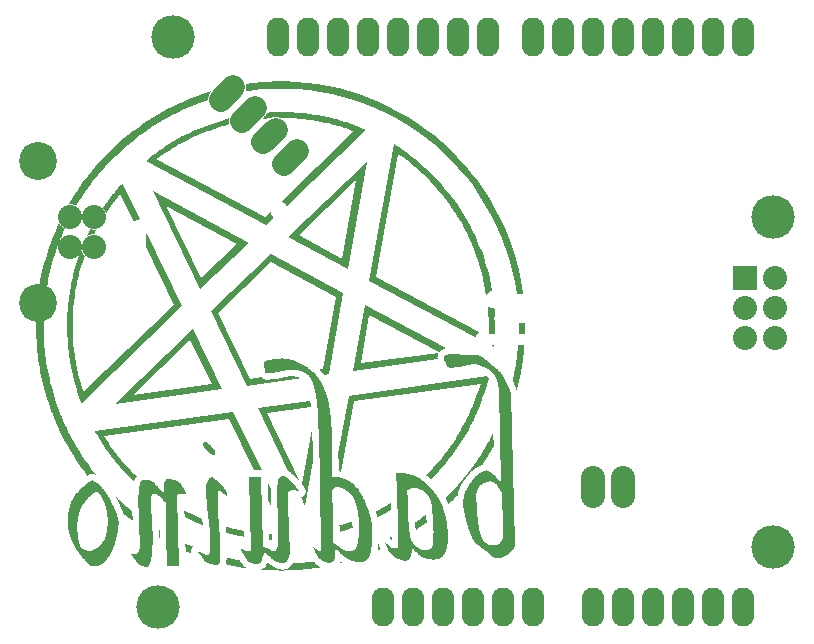
<source format=gbs>
G04 (created by PCBNEW-RS274X (2012-apr-16-27)-stable) date Tue 03 Dec 2013 05:38:56 PM CET*
G01*
G70*
G90*
%MOIN*%
G04 Gerber Fmt 3.4, Leading zero omitted, Abs format*
%FSLAX34Y34*%
G04 APERTURE LIST*
%ADD10C,0.006000*%
%ADD11C,0.000100*%
%ADD12C,0.080000*%
%ADD13O,0.080000X0.140000*%
%ADD14C,0.080000*%
%ADD15C,0.126300*%
%ADD16C,0.145000*%
%ADD17R,0.080000X0.080000*%
%ADD18O,0.075000X0.130000*%
G04 APERTURE END LIST*
G54D10*
G54D11*
G36*
X23896Y-10983D02*
X23857Y-10984D01*
X23819Y-10985D01*
X23780Y-10986D01*
X23742Y-10988D01*
X23703Y-10990D01*
X23664Y-10992D01*
X23626Y-10994D01*
X23587Y-10996D01*
X23548Y-10999D01*
X23510Y-11001D01*
X23471Y-11004D01*
X23432Y-11007D01*
X23394Y-11011D01*
X23355Y-11014D01*
X23316Y-11018D01*
X23277Y-11022D01*
X23238Y-11026D01*
X23199Y-11030D01*
X23161Y-11034D01*
X23122Y-11039D01*
X23083Y-11044D01*
X23043Y-11049D01*
X23004Y-11054D01*
X22965Y-11059D01*
X22941Y-11062D01*
X22917Y-11066D01*
X22924Y-11102D01*
X22928Y-11137D01*
X22929Y-11173D01*
X22927Y-11208D01*
X22922Y-11244D01*
X22914Y-11278D01*
X22903Y-11313D01*
X22940Y-11307D01*
X22977Y-11301D01*
X23014Y-11295D01*
X23419Y-11250D01*
X23821Y-11225D01*
X24220Y-11221D01*
X24616Y-11237D01*
X25007Y-11272D01*
X25394Y-11326D01*
X25775Y-11399D01*
X26151Y-11491D01*
X26520Y-11600D01*
X26882Y-11726D01*
X27237Y-11870D01*
X27583Y-12030D01*
X27921Y-12207D01*
X28249Y-12399D01*
X28568Y-12606D01*
X28877Y-12828D01*
X29174Y-13065D01*
X29460Y-13315D01*
X29734Y-13579D01*
X29995Y-13857D01*
X30243Y-14147D01*
X30478Y-14449D01*
X30698Y-14763D01*
X30903Y-15089D01*
X31092Y-15426D01*
X31266Y-15773D01*
X31423Y-16131D01*
X31563Y-16498D01*
X31686Y-16874D01*
X31790Y-17260D01*
X31875Y-17654D01*
X31941Y-18056D01*
X31941Y-18063D01*
X32160Y-18063D01*
X32158Y-18042D01*
X32156Y-18021D01*
X32096Y-17646D01*
X32019Y-17277D01*
X31925Y-16916D01*
X31817Y-16562D01*
X31693Y-16216D01*
X31554Y-15878D01*
X31402Y-15548D01*
X31235Y-15227D01*
X31055Y-14914D01*
X30862Y-14612D01*
X30656Y-14319D01*
X30438Y-14036D01*
X30209Y-13763D01*
X29968Y-13501D01*
X29717Y-13250D01*
X29455Y-13010D01*
X29183Y-12782D01*
X28901Y-12566D01*
X28611Y-12362D01*
X28312Y-12171D01*
X28004Y-11993D01*
X27689Y-11828D01*
X27367Y-11677D01*
X27037Y-11539D01*
X26701Y-11416D01*
X26359Y-11308D01*
X26012Y-11215D01*
X25659Y-11136D01*
X25302Y-11074D01*
X24940Y-11027D01*
X24574Y-10997D01*
X24205Y-10983D01*
X24166Y-10982D01*
X24128Y-10982D01*
X24089Y-10981D01*
X24051Y-10981D01*
X24012Y-10981D01*
X23973Y-10981D01*
X23934Y-10982D01*
X23896Y-10983D01*
X23896Y-10983D01*
X23896Y-10983D01*
G37*
G36*
X21760Y-11319D02*
X21569Y-11379D01*
X21380Y-11442D01*
X21194Y-11510D01*
X21009Y-11582D01*
X20828Y-11659D01*
X20648Y-11740D01*
X20471Y-11825D01*
X20297Y-11913D01*
X20125Y-12006D01*
X19956Y-12103D01*
X19789Y-12204D01*
X19626Y-12308D01*
X19465Y-12416D01*
X19307Y-12528D01*
X19152Y-12643D01*
X19000Y-12761D01*
X18851Y-12884D01*
X18705Y-13009D01*
X18562Y-13138D01*
X18422Y-13270D01*
X18285Y-13405D01*
X18152Y-13543D01*
X18022Y-13684D01*
X17895Y-13829D01*
X17772Y-13976D01*
X17653Y-14126D01*
X17536Y-14278D01*
X17424Y-14433D01*
X17315Y-14591D01*
X17210Y-14752D01*
X17108Y-14915D01*
X17010Y-15080D01*
X17036Y-15076D01*
X17063Y-15073D01*
X17100Y-15075D01*
X17136Y-15080D01*
X17172Y-15088D01*
X17206Y-15099D01*
X17239Y-15112D01*
X17271Y-15128D01*
X17363Y-14977D01*
X17458Y-14827D01*
X17556Y-14679D01*
X17658Y-14534D01*
X17762Y-14391D01*
X17870Y-14251D01*
X17981Y-14112D01*
X18095Y-13977D01*
X18213Y-13843D01*
X18333Y-13713D01*
X18456Y-13585D01*
X18582Y-13460D01*
X18710Y-13337D01*
X18842Y-13218D01*
X18976Y-13101D01*
X19113Y-12987D01*
X19253Y-12876D01*
X19395Y-12768D01*
X19540Y-12664D01*
X19687Y-12562D01*
X19837Y-12464D01*
X19990Y-12369D01*
X20145Y-12277D01*
X20302Y-12189D01*
X20461Y-12104D01*
X20623Y-12023D01*
X20787Y-11945D01*
X20953Y-11871D01*
X21121Y-11800D01*
X21292Y-11733D01*
X21464Y-11670D01*
X21639Y-11611D01*
X21642Y-11572D01*
X21648Y-11532D01*
X21658Y-11494D01*
X21672Y-11456D01*
X21689Y-11419D01*
X21709Y-11384D01*
X21733Y-11351D01*
X21760Y-11319D01*
X21760Y-11319D01*
X21760Y-11319D01*
G37*
G36*
X24212Y-12007D02*
X24174Y-12007D01*
X24137Y-12006D01*
X24099Y-12006D01*
X24062Y-12006D01*
X24024Y-12007D01*
X23986Y-12007D01*
X23949Y-12008D01*
X23911Y-12009D01*
X23873Y-12010D01*
X23835Y-12012D01*
X23797Y-12013D01*
X23759Y-12015D01*
X23721Y-12017D01*
X23683Y-12019D01*
X23646Y-12022D01*
X23608Y-12024D01*
X23593Y-12058D01*
X23576Y-12091D01*
X23556Y-12123D01*
X23533Y-12153D01*
X23507Y-12181D01*
X23507Y-12184D01*
X23510Y-12184D01*
X23465Y-12233D01*
X23504Y-12229D01*
X23542Y-12226D01*
X23580Y-12222D01*
X23618Y-12219D01*
X23656Y-12217D01*
X23694Y-12214D01*
X23733Y-12212D01*
X23765Y-12196D01*
X23799Y-12183D01*
X23834Y-12173D01*
X23870Y-12166D01*
X23906Y-12163D01*
X23946Y-12164D01*
X23984Y-12168D01*
X24022Y-12176D01*
X24059Y-12187D01*
X24094Y-12201D01*
X24126Y-12201D01*
X24159Y-12201D01*
X24191Y-12201D01*
X24267Y-12203D01*
X24344Y-12205D01*
X24420Y-12208D01*
X24496Y-12212D01*
X24572Y-12217D01*
X24647Y-12223D01*
X24723Y-12229D01*
X24798Y-12237D01*
X24873Y-12245D01*
X24948Y-12254D01*
X25022Y-12263D01*
X25097Y-12274D01*
X25171Y-12285D01*
X25245Y-12297D01*
X25318Y-12310D01*
X25392Y-12324D01*
X25465Y-12338D01*
X25538Y-12354D01*
X25611Y-12370D01*
X25683Y-12386D01*
X25756Y-12404D01*
X25828Y-12422D01*
X25899Y-12441D01*
X25971Y-12461D01*
X26042Y-12482D01*
X26113Y-12503D01*
X26183Y-12525D01*
X26253Y-12548D01*
X26323Y-12571D01*
X26393Y-12595D01*
X26462Y-12620D01*
X26531Y-12646D01*
X24076Y-15003D01*
X24113Y-15009D01*
X24149Y-15019D01*
X24182Y-15033D01*
X24213Y-15051D01*
X24242Y-15073D01*
X24269Y-15097D01*
X24292Y-15125D01*
X26927Y-12590D01*
X26848Y-12557D01*
X26769Y-12524D01*
X26689Y-12492D01*
X26608Y-12461D01*
X26527Y-12432D01*
X26446Y-12403D01*
X26365Y-12375D01*
X26282Y-12348D01*
X26200Y-12322D01*
X26117Y-12297D01*
X26034Y-12273D01*
X25950Y-12250D01*
X25866Y-12228D01*
X25782Y-12206D01*
X25697Y-12186D01*
X25612Y-12167D01*
X25527Y-12149D01*
X25441Y-12132D01*
X25355Y-12117D01*
X25269Y-12102D01*
X25182Y-12088D01*
X25095Y-12075D01*
X25008Y-12063D01*
X24921Y-12053D01*
X24833Y-12043D01*
X24745Y-12035D01*
X24657Y-12027D01*
X24568Y-12021D01*
X24479Y-12016D01*
X24390Y-12012D01*
X24301Y-12009D01*
X24212Y-12007D01*
X24212Y-12007D01*
X24212Y-12007D01*
G37*
G36*
X22368Y-12219D02*
X22270Y-12244D01*
X22172Y-12270D01*
X22075Y-12298D01*
X21979Y-12327D01*
X21883Y-12358D01*
X21788Y-12389D01*
X21693Y-12422D01*
X21599Y-12457D01*
X21506Y-12492D01*
X21414Y-12529D01*
X21322Y-12567D01*
X21231Y-12606D01*
X21141Y-12646D01*
X21052Y-12688D01*
X20963Y-12730D01*
X20875Y-12774D01*
X20787Y-12819D01*
X20701Y-12866D01*
X20615Y-12913D01*
X20530Y-12961D01*
X20446Y-13011D01*
X20362Y-13061D01*
X20280Y-13113D01*
X20198Y-13166D01*
X20117Y-13220D01*
X20037Y-13275D01*
X19957Y-13330D01*
X19879Y-13387D01*
X19801Y-13445D01*
X19724Y-13504D01*
X19648Y-13564D01*
X19573Y-13625D01*
X23604Y-15785D01*
X23865Y-15535D01*
X23865Y-15521D01*
X23835Y-15493D01*
X23809Y-15463D01*
X23788Y-15430D01*
X23771Y-15394D01*
X23759Y-15356D01*
X23753Y-15316D01*
X23549Y-15510D01*
X19934Y-13576D01*
X20001Y-13527D01*
X20069Y-13479D01*
X20137Y-13431D01*
X20206Y-13384D01*
X20275Y-13338D01*
X20346Y-13292D01*
X20416Y-13248D01*
X20488Y-13204D01*
X20560Y-13161D01*
X20632Y-13119D01*
X20705Y-13077D01*
X20779Y-13037D01*
X20854Y-12997D01*
X20928Y-12958D01*
X21004Y-12921D01*
X21080Y-12884D01*
X21157Y-12847D01*
X21234Y-12812D01*
X21311Y-12778D01*
X21390Y-12744D01*
X21468Y-12712D01*
X21548Y-12680D01*
X21627Y-12650D01*
X21708Y-12620D01*
X21789Y-12591D01*
X21870Y-12563D01*
X21952Y-12536D01*
X22034Y-12510D01*
X22117Y-12486D01*
X22200Y-12462D01*
X22284Y-12439D01*
X22368Y-12417D01*
X22361Y-12378D01*
X22357Y-12338D01*
X22357Y-12298D01*
X22361Y-12258D01*
X22368Y-12219D01*
X22368Y-12219D01*
X22368Y-12219D01*
G37*
G36*
X27851Y-13073D02*
X27038Y-17622D01*
X30566Y-19507D01*
X30580Y-19472D01*
X30598Y-19439D01*
X30620Y-19408D01*
X30645Y-19381D01*
X30674Y-19357D01*
X30705Y-19337D01*
X27264Y-17497D01*
X27997Y-13406D01*
X28139Y-13507D01*
X28279Y-13610D01*
X28417Y-13718D01*
X28552Y-13829D01*
X28684Y-13943D01*
X28813Y-14060D01*
X28939Y-14181D01*
X29062Y-14305D01*
X29182Y-14432D01*
X29299Y-14563D01*
X29413Y-14696D01*
X29523Y-14833D01*
X29630Y-14972D01*
X29734Y-15115D01*
X29834Y-15260D01*
X29930Y-15408D01*
X30023Y-15558D01*
X30112Y-15712D01*
X30198Y-15868D01*
X30279Y-16026D01*
X30357Y-16188D01*
X30431Y-16351D01*
X30501Y-16517D01*
X30566Y-16686D01*
X30627Y-16856D01*
X30685Y-17029D01*
X30737Y-17204D01*
X30786Y-17382D01*
X30830Y-17561D01*
X30869Y-17742D01*
X30904Y-17926D01*
X30934Y-18111D01*
X30953Y-18080D01*
X30975Y-18052D01*
X31000Y-18026D01*
X31029Y-18003D01*
X31060Y-17985D01*
X31093Y-17969D01*
X31128Y-17958D01*
X31093Y-17762D01*
X31052Y-17569D01*
X31007Y-17377D01*
X30956Y-17188D01*
X30900Y-17001D01*
X30840Y-16817D01*
X30775Y-16635D01*
X30705Y-16455D01*
X30631Y-16278D01*
X30552Y-16104D01*
X30469Y-15933D01*
X30382Y-15764D01*
X30290Y-15599D01*
X30194Y-15436D01*
X30095Y-15276D01*
X29991Y-15119D01*
X29883Y-14966D01*
X29771Y-14815D01*
X29656Y-14668D01*
X29537Y-14524D01*
X29414Y-14383D01*
X29288Y-14246D01*
X29158Y-14112D01*
X29025Y-13982D01*
X28889Y-13855D01*
X28750Y-13732D01*
X28607Y-13612D01*
X28462Y-13497D01*
X28313Y-13385D01*
X28162Y-13277D01*
X28008Y-13173D01*
X27851Y-13073D01*
X27851Y-13073D01*
X27851Y-13073D01*
G37*
G36*
X26941Y-13670D02*
X26306Y-17229D01*
X24337Y-16174D01*
X24681Y-16115D01*
X26135Y-16892D01*
X26604Y-14264D01*
X24681Y-16115D01*
X24337Y-16174D01*
X26941Y-13670D01*
X26941Y-13670D01*
G37*
G36*
X18799Y-14361D02*
X18772Y-14390D01*
X18746Y-14420D01*
X18720Y-14449D01*
X18695Y-14479D01*
X18669Y-14509D01*
X18644Y-14539D01*
X18619Y-14569D01*
X18593Y-14599D01*
X18569Y-14629D01*
X18544Y-14660D01*
X18519Y-14690D01*
X18495Y-14721D01*
X18471Y-14752D01*
X18446Y-14783D01*
X18423Y-14814D01*
X18399Y-14845D01*
X18375Y-14877D01*
X18352Y-14908D01*
X18329Y-14940D01*
X18306Y-14972D01*
X18283Y-15004D01*
X18260Y-15036D01*
X18238Y-15068D01*
X18215Y-15100D01*
X18193Y-15133D01*
X18171Y-15165D01*
X18149Y-15198D01*
X18173Y-15224D01*
X18194Y-15252D01*
X18212Y-15281D01*
X18228Y-15312D01*
X18242Y-15345D01*
X18253Y-15378D01*
X18275Y-15345D01*
X18297Y-15312D01*
X18319Y-15279D01*
X18341Y-15246D01*
X18363Y-15213D01*
X18386Y-15180D01*
X18408Y-15148D01*
X18431Y-15115D01*
X18454Y-15083D01*
X18477Y-15051D01*
X18500Y-15018D01*
X18524Y-14987D01*
X18548Y-14955D01*
X18571Y-14923D01*
X18595Y-14891D01*
X18620Y-14860D01*
X18644Y-14829D01*
X18669Y-14798D01*
X18694Y-14767D01*
X18719Y-14736D01*
X19177Y-15677D01*
X19205Y-15649D01*
X19236Y-15624D01*
X19271Y-15604D01*
X19308Y-15588D01*
X19347Y-15578D01*
X19389Y-15573D01*
X18799Y-14361D01*
X18799Y-14361D01*
G37*
G36*
X19813Y-14646D02*
X23010Y-16358D01*
X21392Y-17910D01*
X21434Y-17542D01*
X22625Y-16399D01*
X20271Y-15139D01*
X21434Y-17542D01*
X21392Y-17910D01*
X19813Y-14646D01*
X19813Y-14646D01*
G37*
G36*
X16691Y-15698D02*
X16632Y-15827D01*
X16575Y-15958D01*
X16520Y-16089D01*
X16468Y-16222D01*
X16418Y-16356D01*
X16370Y-16490D01*
X16324Y-16626D01*
X16281Y-16762D01*
X16240Y-16900D01*
X16201Y-17038D01*
X16165Y-17177D01*
X16131Y-17317D01*
X16100Y-17458D01*
X16071Y-17600D01*
X16045Y-17742D01*
X16021Y-17885D01*
X16000Y-18029D01*
X15981Y-18173D01*
X15965Y-18318D01*
X15952Y-18464D01*
X15941Y-18610D01*
X15932Y-18757D01*
X15927Y-18904D01*
X15924Y-19052D01*
X15924Y-19201D01*
X15926Y-19349D01*
X15931Y-19499D01*
X15939Y-19648D01*
X15950Y-19798D01*
X15964Y-19948D01*
X15981Y-20099D01*
X16000Y-20250D01*
X16020Y-20387D01*
X16042Y-20523D01*
X16067Y-20658D01*
X16093Y-20792D01*
X16122Y-20925D01*
X16153Y-21057D01*
X16186Y-21188D01*
X16221Y-21319D01*
X16258Y-21448D01*
X16297Y-21577D01*
X16339Y-21704D01*
X16382Y-21830D01*
X16427Y-21956D01*
X16474Y-22080D01*
X16523Y-22203D01*
X16574Y-22325D01*
X16627Y-22447D01*
X16682Y-22567D01*
X16738Y-22685D01*
X16797Y-22803D01*
X16857Y-22920D01*
X16919Y-23035D01*
X16983Y-23149D01*
X17048Y-23262D01*
X17115Y-23374D01*
X17184Y-23485D01*
X17255Y-23594D01*
X17327Y-23702D01*
X17401Y-23809D01*
X17476Y-23914D01*
X17553Y-24019D01*
X17632Y-24122D01*
X17665Y-24102D01*
X17698Y-24083D01*
X17729Y-24069D01*
X17761Y-24060D01*
X17795Y-24056D01*
X17824Y-24058D01*
X17852Y-24063D01*
X17878Y-24073D01*
X17899Y-24083D01*
X17920Y-24094D01*
X17839Y-23992D01*
X17760Y-23888D01*
X17683Y-23784D01*
X17607Y-23678D01*
X17533Y-23570D01*
X17461Y-23462D01*
X17390Y-23352D01*
X17321Y-23240D01*
X17254Y-23128D01*
X17188Y-23014D01*
X17125Y-22899D01*
X17063Y-22782D01*
X17003Y-22665D01*
X16945Y-22546D01*
X16889Y-22426D01*
X16835Y-22305D01*
X16783Y-22183D01*
X16733Y-22059D01*
X16685Y-21935D01*
X16638Y-21809D01*
X16594Y-21682D01*
X16552Y-21555D01*
X16512Y-21426D01*
X16474Y-21296D01*
X16439Y-21165D01*
X16405Y-21033D01*
X16374Y-20901D01*
X16344Y-20767D01*
X16317Y-20632D01*
X16293Y-20496D01*
X16270Y-20360D01*
X16250Y-20222D01*
X16231Y-20078D01*
X16216Y-19935D01*
X16202Y-19792D01*
X16192Y-19649D01*
X16184Y-19506D01*
X16178Y-19364D01*
X16176Y-19222D01*
X16175Y-19081D01*
X16178Y-18940D01*
X16182Y-18799D01*
X16190Y-18659D01*
X16199Y-18520D01*
X16211Y-18381D01*
X16226Y-18243D01*
X16243Y-18105D01*
X16262Y-17968D01*
X16284Y-17832D01*
X16308Y-17696D01*
X16335Y-17561D01*
X16364Y-17426D01*
X16395Y-17293D01*
X16428Y-17160D01*
X16464Y-17028D01*
X16501Y-16896D01*
X16541Y-16766D01*
X16584Y-16636D01*
X16628Y-16508D01*
X16675Y-16380D01*
X16723Y-16253D01*
X16774Y-16127D01*
X16827Y-16002D01*
X16882Y-15878D01*
X16848Y-15860D01*
X16816Y-15839D01*
X16786Y-15816D01*
X16759Y-15789D01*
X16734Y-15761D01*
X16711Y-15730D01*
X16691Y-15698D01*
X16691Y-15698D01*
X16691Y-15698D01*
G37*
G36*
X17736Y-15910D02*
X17719Y-15942D01*
X17703Y-15975D01*
X17686Y-16007D01*
X17670Y-16040D01*
X17653Y-16073D01*
X17637Y-16106D01*
X17622Y-16139D01*
X17656Y-16119D01*
X17692Y-16103D01*
X17730Y-16090D01*
X17769Y-16081D01*
X17809Y-16075D01*
X17851Y-16073D01*
X17858Y-16073D01*
X17873Y-16042D01*
X17888Y-16010D01*
X17903Y-15979D01*
X17918Y-15948D01*
X17934Y-15917D01*
X17907Y-15921D01*
X17879Y-15923D01*
X17851Y-15924D01*
X17812Y-15922D01*
X17773Y-15918D01*
X17736Y-15910D01*
X17736Y-15910D01*
X17736Y-15910D01*
G37*
G36*
X19622Y-16059D02*
X19603Y-16077D01*
X19583Y-16094D01*
X19583Y-16517D01*
X20510Y-18431D01*
X17500Y-21323D01*
X17488Y-21286D01*
X17476Y-21248D01*
X17464Y-21211D01*
X17452Y-21173D01*
X17441Y-21136D01*
X17429Y-21098D01*
X17418Y-21060D01*
X17407Y-21022D01*
X17397Y-20984D01*
X17386Y-20946D01*
X17376Y-20908D01*
X17366Y-20869D01*
X17356Y-20831D01*
X17346Y-20793D01*
X17337Y-20754D01*
X17327Y-20715D01*
X17318Y-20676D01*
X17309Y-20638D01*
X17301Y-20599D01*
X17292Y-20560D01*
X17284Y-20520D01*
X17276Y-20481D01*
X17268Y-20442D01*
X17260Y-20402D01*
X17253Y-20363D01*
X17246Y-20323D01*
X17239Y-20283D01*
X17232Y-20244D01*
X17226Y-20204D01*
X17220Y-20164D01*
X17214Y-20124D01*
X17208Y-20083D01*
X17194Y-19976D01*
X17182Y-19868D01*
X17171Y-19761D01*
X17162Y-19654D01*
X17155Y-19547D01*
X17149Y-19440D01*
X17145Y-19334D01*
X17143Y-19228D01*
X17142Y-19122D01*
X17143Y-19017D01*
X17146Y-18911D01*
X17150Y-18806D01*
X17155Y-18702D01*
X17162Y-18598D01*
X17171Y-18494D01*
X17182Y-18390D01*
X17193Y-18287D01*
X17207Y-18184D01*
X17222Y-18082D01*
X17238Y-17980D01*
X17256Y-17879D01*
X17275Y-17778D01*
X17296Y-17677D01*
X17318Y-17577D01*
X17342Y-17477D01*
X17368Y-17378D01*
X17394Y-17280D01*
X17422Y-17182D01*
X17452Y-17084D01*
X17483Y-16987D01*
X17515Y-16891D01*
X17549Y-16795D01*
X17522Y-16766D01*
X17498Y-16734D01*
X17477Y-16700D01*
X17459Y-16664D01*
X17444Y-16627D01*
X17434Y-16587D01*
X17396Y-16689D01*
X17359Y-16792D01*
X17324Y-16895D01*
X17290Y-17000D01*
X17258Y-17104D01*
X17227Y-17210D01*
X17198Y-17316D01*
X17171Y-17423D01*
X17145Y-17530D01*
X17121Y-17638D01*
X17098Y-17746D01*
X17077Y-17855D01*
X17058Y-17964D01*
X17041Y-18074D01*
X17025Y-18184D01*
X17011Y-18295D01*
X16998Y-18406D01*
X16988Y-18517D01*
X16979Y-18629D01*
X16971Y-18742D01*
X16966Y-18854D01*
X16962Y-18968D01*
X16961Y-19081D01*
X16961Y-19195D01*
X16963Y-19309D01*
X16966Y-19423D01*
X16972Y-19538D01*
X16979Y-19653D01*
X16988Y-19768D01*
X17000Y-19883D01*
X17013Y-19999D01*
X17028Y-20115D01*
X17035Y-20167D01*
X17043Y-20219D01*
X17051Y-20271D01*
X17060Y-20323D01*
X17069Y-20375D01*
X17078Y-20426D01*
X17088Y-20478D01*
X17098Y-20529D01*
X17108Y-20580D01*
X17119Y-20631D01*
X17130Y-20682D01*
X17141Y-20733D01*
X17153Y-20783D01*
X17165Y-20834D01*
X17178Y-20884D01*
X17190Y-20934D01*
X17204Y-20984D01*
X17217Y-21033D01*
X17231Y-21083D01*
X17245Y-21132D01*
X17260Y-21181D01*
X17275Y-21230D01*
X17290Y-21279D01*
X17305Y-21328D01*
X17321Y-21377D01*
X17337Y-21425D01*
X17354Y-21473D01*
X17371Y-21521D01*
X17388Y-21569D01*
X17405Y-21617D01*
X17423Y-21664D01*
X17441Y-21712D01*
X20799Y-18483D01*
X19622Y-16059D01*
X19622Y-16059D01*
G37*
G36*
X23740Y-16747D02*
X21753Y-18653D01*
X22955Y-21128D01*
X24788Y-20878D01*
X24763Y-20866D01*
X24735Y-20855D01*
X24704Y-20845D01*
X24672Y-20836D01*
X24636Y-20828D01*
X24597Y-20822D01*
X24556Y-20816D01*
X24512Y-20812D01*
X24470Y-20810D01*
X24429Y-20809D01*
X24389Y-20809D01*
X24349Y-20811D01*
X24311Y-20815D01*
X24273Y-20820D01*
X24236Y-20826D01*
X24199Y-20834D01*
X24163Y-20844D01*
X24127Y-20854D01*
X24090Y-20863D01*
X24053Y-20872D01*
X24016Y-20880D01*
X23978Y-20887D01*
X23940Y-20894D01*
X23902Y-20900D01*
X23863Y-20905D01*
X23824Y-20910D01*
X23785Y-20914D01*
X23745Y-20918D01*
X23705Y-20920D01*
X23665Y-20922D01*
X23625Y-20924D01*
X23584Y-20920D01*
X23545Y-20910D01*
X23508Y-20893D01*
X23475Y-20873D01*
X23448Y-20851D01*
X23441Y-20844D01*
X23059Y-20896D01*
X21993Y-18698D01*
X23753Y-17003D01*
X25906Y-18156D01*
X25479Y-20559D01*
X25372Y-20573D01*
X25396Y-20600D01*
X25420Y-20627D01*
X25443Y-20656D01*
X25466Y-20684D01*
X25488Y-20714D01*
X25510Y-20744D01*
X25531Y-20774D01*
X25677Y-20753D01*
X26160Y-18045D01*
X23740Y-16747D01*
X23740Y-16747D01*
G37*
G36*
X26892Y-18434D02*
X26497Y-20639D01*
X29309Y-20250D01*
X29306Y-20216D01*
X29305Y-20181D01*
X29308Y-20143D01*
X29316Y-20104D01*
X29324Y-20078D01*
X29336Y-20052D01*
X29351Y-20028D01*
X26750Y-20385D01*
X27038Y-18760D01*
X29365Y-20007D01*
X29390Y-19978D01*
X29418Y-19952D01*
X29449Y-19929D01*
X29480Y-19910D01*
X29513Y-19894D01*
X29545Y-19882D01*
X29576Y-19875D01*
X26892Y-18434D01*
X26892Y-18434D01*
G37*
G36*
X30979Y-18448D02*
X30983Y-18488D01*
X30987Y-18528D01*
X30990Y-18568D01*
X30993Y-18607D01*
X30996Y-18647D01*
X30998Y-18687D01*
X31000Y-18727D01*
X31003Y-18766D01*
X31004Y-18806D01*
X31006Y-18846D01*
X31007Y-18885D01*
X31008Y-18925D01*
X31009Y-18964D01*
X31010Y-19004D01*
X31010Y-19043D01*
X31011Y-19083D01*
X31011Y-19122D01*
X31011Y-19162D01*
X31010Y-19201D01*
X31010Y-19240D01*
X31009Y-19279D01*
X31008Y-19319D01*
X31007Y-19358D01*
X31029Y-19375D01*
X31050Y-19393D01*
X31069Y-19413D01*
X31222Y-19413D01*
X31224Y-19376D01*
X31225Y-19339D01*
X31226Y-19302D01*
X31226Y-19264D01*
X31227Y-19227D01*
X31228Y-19190D01*
X31228Y-19153D01*
X31228Y-19115D01*
X31228Y-19078D01*
X31227Y-19040D01*
X31227Y-19003D01*
X31226Y-18965D01*
X31213Y-18929D01*
X31204Y-18891D01*
X31201Y-18851D01*
X31204Y-18820D01*
X31210Y-18790D01*
X31219Y-18760D01*
X31217Y-18725D01*
X31215Y-18690D01*
X31213Y-18655D01*
X31210Y-18619D01*
X31208Y-18584D01*
X31205Y-18549D01*
X31201Y-18549D01*
X31164Y-18546D01*
X31129Y-18539D01*
X31095Y-18528D01*
X31062Y-18513D01*
X31032Y-18495D01*
X31004Y-18473D01*
X30979Y-18448D01*
X30979Y-18448D01*
X30979Y-18448D01*
G37*
G36*
X32014Y-19035D02*
X32014Y-19073D01*
X32015Y-19111D01*
X32015Y-19149D01*
X32015Y-19186D01*
X32014Y-19224D01*
X32014Y-19262D01*
X32013Y-19300D01*
X32013Y-19338D01*
X32012Y-19375D01*
X32010Y-19413D01*
X32226Y-19413D01*
X32227Y-19376D01*
X32228Y-19338D01*
X32229Y-19300D01*
X32229Y-19262D01*
X32230Y-19224D01*
X32230Y-19186D01*
X32230Y-19149D01*
X32230Y-19111D01*
X32230Y-19073D01*
X32229Y-19035D01*
X32014Y-19035D01*
X32014Y-19035D01*
G37*
G36*
X21156Y-19229D02*
X21069Y-19587D01*
X19146Y-21434D01*
X21788Y-21069D01*
X21069Y-19587D01*
X21156Y-19229D01*
X22135Y-21243D01*
X18545Y-21736D01*
X21156Y-19229D01*
X21156Y-19229D01*
G37*
G36*
X31083Y-19785D02*
X31194Y-19844D01*
X31198Y-19814D01*
X31201Y-19785D01*
X31083Y-19785D01*
X31083Y-19785D01*
G37*
G36*
X31990Y-19785D02*
X31986Y-19825D01*
X31983Y-19865D01*
X31979Y-19905D01*
X31975Y-19945D01*
X31971Y-19985D01*
X31966Y-20025D01*
X31962Y-20065D01*
X31957Y-20105D01*
X31952Y-20145D01*
X31947Y-20185D01*
X31942Y-20225D01*
X31936Y-20264D01*
X31931Y-20304D01*
X31925Y-20344D01*
X31919Y-20383D01*
X31912Y-20423D01*
X31906Y-20462D01*
X31899Y-20501D01*
X31892Y-20541D01*
X31885Y-20580D01*
X31878Y-20619D01*
X31870Y-20658D01*
X31863Y-20697D01*
X31855Y-20736D01*
X31847Y-20775D01*
X31839Y-20814D01*
X31830Y-20853D01*
X31821Y-20892D01*
X31813Y-20931D01*
X31827Y-20962D01*
X31842Y-20995D01*
X31856Y-21027D01*
X31870Y-21061D01*
X31883Y-21095D01*
X31896Y-21129D01*
X31909Y-21164D01*
X31921Y-21199D01*
X31933Y-21235D01*
X31944Y-21271D01*
X31957Y-21226D01*
X31969Y-21180D01*
X31980Y-21135D01*
X31992Y-21089D01*
X32003Y-21044D01*
X32014Y-20998D01*
X32024Y-20953D01*
X32035Y-20907D01*
X32045Y-20861D01*
X32055Y-20815D01*
X32065Y-20769D01*
X32074Y-20723D01*
X32083Y-20677D01*
X32092Y-20630D01*
X32100Y-20584D01*
X32109Y-20538D01*
X32117Y-20491D01*
X32125Y-20445D01*
X32132Y-20398D01*
X32139Y-20351D01*
X32146Y-20304D01*
X32153Y-20257D01*
X32159Y-20211D01*
X32166Y-20164D01*
X32171Y-20116D01*
X32177Y-20069D01*
X32182Y-20022D01*
X32187Y-19975D01*
X32192Y-19927D01*
X32197Y-19880D01*
X32201Y-19832D01*
X32205Y-19785D01*
X31990Y-19785D01*
X31990Y-19785D01*
G37*
G36*
X29830Y-20069D02*
X29830Y-20069D01*
X29863Y-20070D01*
X29897Y-20071D01*
X29931Y-20073D01*
X29966Y-20075D01*
X30001Y-20078D01*
X30037Y-20082D01*
X30073Y-20087D01*
X30112Y-20092D01*
X30150Y-20096D01*
X30189Y-20099D01*
X30227Y-20102D01*
X30265Y-20104D01*
X30302Y-20106D01*
X30340Y-20107D01*
X30377Y-20106D01*
X30414Y-20106D01*
X30450Y-20104D01*
X30487Y-20101D01*
X30523Y-20098D01*
X30559Y-20094D01*
X30585Y-20096D01*
X30612Y-20099D01*
X30639Y-20104D01*
X30672Y-20114D01*
X30704Y-20125D01*
X30738Y-20140D01*
X30772Y-20157D01*
X30806Y-20177D01*
X30834Y-20196D01*
X30863Y-20217D01*
X30892Y-20240D01*
X30921Y-20263D01*
X30951Y-20286D01*
X30980Y-20310D01*
X31010Y-20333D01*
X31040Y-20357D01*
X31070Y-20382D01*
X31100Y-20406D01*
X31130Y-20431D01*
X31161Y-20456D01*
X31192Y-20481D01*
X31222Y-20506D01*
X31253Y-20531D01*
X31281Y-20554D01*
X31307Y-20579D01*
X31333Y-20604D01*
X31359Y-20630D01*
X31385Y-20656D01*
X31410Y-20684D01*
X31431Y-20711D01*
X31453Y-20738D01*
X31473Y-20766D01*
X31494Y-20795D01*
X31513Y-20825D01*
X31533Y-20856D01*
X31551Y-20888D01*
X31570Y-20921D01*
X31587Y-20954D01*
X31605Y-20988D01*
X31622Y-21023D01*
X31638Y-21059D01*
X31654Y-21096D01*
X31670Y-21134D01*
X31685Y-21173D01*
X31699Y-21212D01*
X31714Y-21252D01*
X31727Y-21294D01*
X31741Y-21336D01*
X31753Y-21378D01*
X31892Y-26427D01*
X31889Y-26458D01*
X31882Y-26482D01*
X31870Y-26505D01*
X31854Y-26531D01*
X31841Y-26552D01*
X31826Y-26573D01*
X31807Y-26594D01*
X31786Y-26615D01*
X31762Y-26637D01*
X31736Y-26660D01*
X31709Y-26683D01*
X31680Y-26707D01*
X31648Y-26732D01*
X31615Y-26757D01*
X31570Y-26788D01*
X31527Y-26814D01*
X31485Y-26836D01*
X31445Y-26853D01*
X31406Y-26867D01*
X31369Y-26876D01*
X31333Y-26880D01*
X31299Y-26880D01*
X31266Y-26876D01*
X31235Y-26867D01*
X31205Y-26854D01*
X31182Y-26840D01*
X31160Y-26823D01*
X31130Y-26799D01*
X31100Y-26775D01*
X31070Y-26751D01*
X31040Y-26727D01*
X31009Y-26703D01*
X30977Y-26678D01*
X30945Y-26653D01*
X30913Y-26628D01*
X30885Y-26606D01*
X30856Y-26584D01*
X30827Y-26561D01*
X30797Y-26539D01*
X30768Y-26516D01*
X30738Y-26493D01*
X30708Y-26470D01*
X30677Y-26447D01*
X30646Y-26424D01*
X30623Y-26404D01*
X30600Y-26383D01*
X30577Y-26358D01*
X30555Y-26331D01*
X30533Y-26300D01*
X30511Y-26268D01*
X30490Y-26232D01*
X30469Y-26194D01*
X30448Y-26153D01*
X30435Y-26125D01*
X30422Y-26097D01*
X30410Y-26068D01*
X30397Y-26037D01*
X30385Y-26005D01*
X30373Y-25973D01*
X30361Y-25939D01*
X30349Y-25904D01*
X30337Y-25868D01*
X30325Y-25831D01*
X30314Y-25792D01*
X30302Y-25753D01*
X30291Y-25713D01*
X30280Y-25671D01*
X30269Y-25629D01*
X30258Y-25585D01*
X30247Y-25540D01*
X30236Y-25495D01*
X30226Y-25448D01*
X30219Y-25416D01*
X30212Y-25383D01*
X30205Y-25350D01*
X30198Y-25316D01*
X30191Y-25282D01*
X30184Y-25247D01*
X30177Y-25212D01*
X30170Y-25172D01*
X30165Y-25132D01*
X30162Y-25092D01*
X30160Y-25052D01*
X30159Y-25013D01*
X30160Y-24973D01*
X30163Y-24934D01*
X30167Y-24894D01*
X30173Y-24855D01*
X30181Y-24816D01*
X30181Y-24812D01*
X30188Y-24780D01*
X30197Y-24748D01*
X30207Y-24717D01*
X30218Y-24685D01*
X30230Y-24653D01*
X30243Y-24621D01*
X30243Y-24618D01*
X30257Y-24587D01*
X30272Y-24555D01*
X30288Y-24524D01*
X30288Y-24521D01*
X30306Y-24489D01*
X30324Y-24458D01*
X30344Y-24427D01*
X30368Y-24391D01*
X30392Y-24357D01*
X30416Y-24324D01*
X30441Y-24292D01*
X30466Y-24262D01*
X30491Y-24233D01*
X30516Y-24205D01*
X30542Y-24178D01*
X30568Y-24153D01*
X30594Y-24129D01*
X30620Y-24107D01*
X30647Y-24086D01*
X30674Y-24066D01*
X30703Y-24045D01*
X30734Y-24026D01*
X30764Y-24009D01*
X30795Y-23993D01*
X30826Y-23978D01*
X30857Y-23966D01*
X30889Y-23955D01*
X30912Y-23951D01*
X30938Y-23951D01*
X30941Y-23951D01*
X30969Y-23957D01*
X31000Y-23969D01*
X31034Y-23985D01*
X31069Y-24007D01*
X31073Y-24007D01*
X31098Y-24024D01*
X31125Y-24044D01*
X31153Y-24066D01*
X31184Y-24092D01*
X31215Y-24118D01*
X31243Y-24145D01*
X31271Y-24172D01*
X31297Y-24199D01*
X31322Y-24227D01*
X31346Y-24256D01*
X31368Y-24285D01*
X31387Y-24311D01*
X31404Y-24338D01*
X31420Y-24365D01*
X31315Y-24463D01*
X31293Y-24437D01*
X31272Y-24414D01*
X31251Y-24394D01*
X31230Y-24378D01*
X31208Y-24365D01*
X31180Y-24349D01*
X31153Y-24337D01*
X31125Y-24326D01*
X31101Y-24319D01*
X31078Y-24315D01*
X31056Y-24313D01*
X31056Y-24313D01*
X31034Y-24313D01*
X31014Y-24316D01*
X30974Y-24328D01*
X30935Y-24340D01*
X30899Y-24354D01*
X30865Y-24369D01*
X30833Y-24385D01*
X30808Y-24399D01*
X30783Y-24412D01*
X30760Y-24427D01*
X30730Y-24452D01*
X30703Y-24478D01*
X30679Y-24507D01*
X30658Y-24537D01*
X30641Y-24568D01*
X30627Y-24602D01*
X30616Y-24637D01*
X30608Y-24674D01*
X30608Y-24677D01*
X30603Y-24714D01*
X30601Y-24753D01*
X30601Y-24792D01*
X30601Y-24831D01*
X30602Y-24870D01*
X30602Y-24908D01*
X30603Y-24947D01*
X30604Y-24986D01*
X30606Y-25026D01*
X30607Y-25065D01*
X30609Y-25104D01*
X30611Y-25143D01*
X30613Y-25183D01*
X30616Y-25222D01*
X30619Y-25262D01*
X30622Y-25301D01*
X30625Y-25341D01*
X30628Y-25380D01*
X30632Y-25420D01*
X30638Y-25479D01*
X30644Y-25537D01*
X30650Y-25592D01*
X30656Y-25645D01*
X30663Y-25696D01*
X30670Y-25745D01*
X30678Y-25793D01*
X30686Y-25838D01*
X30694Y-25881D01*
X30702Y-25922D01*
X30711Y-25961D01*
X30720Y-25999D01*
X30729Y-26034D01*
X30739Y-26067D01*
X30748Y-26098D01*
X30759Y-26127D01*
X30769Y-26155D01*
X30780Y-26180D01*
X30791Y-26203D01*
X30803Y-26224D01*
X30814Y-26243D01*
X30826Y-26260D01*
X30857Y-26298D01*
X30888Y-26331D01*
X30921Y-26360D01*
X30954Y-26385D01*
X30988Y-26405D01*
X31024Y-26421D01*
X31060Y-26433D01*
X31097Y-26441D01*
X31135Y-26444D01*
X31181Y-26445D01*
X31223Y-26441D01*
X31262Y-26434D01*
X31297Y-26423D01*
X31328Y-26409D01*
X31355Y-26390D01*
X31378Y-26368D01*
X31402Y-26339D01*
X31424Y-26309D01*
X31445Y-26277D01*
X31464Y-26244D01*
X31481Y-26209D01*
X31497Y-26174D01*
X31494Y-26135D01*
X31491Y-26097D01*
X31488Y-26059D01*
X31486Y-26021D01*
X31484Y-25982D01*
X31482Y-25944D01*
X31480Y-25905D01*
X31478Y-25866D01*
X31477Y-25827D01*
X31476Y-25788D01*
X31474Y-25749D01*
X31474Y-25710D01*
X31473Y-25671D01*
X31472Y-25632D01*
X31472Y-25593D01*
X31472Y-25553D01*
X31472Y-25514D01*
X31472Y-25474D01*
X31472Y-25434D01*
X31472Y-25394D01*
X31472Y-25354D01*
X31472Y-25315D01*
X31472Y-25275D01*
X31471Y-25236D01*
X31470Y-25196D01*
X31469Y-25157D01*
X31468Y-25117D01*
X31467Y-25078D01*
X31465Y-25039D01*
X31464Y-25000D01*
X31462Y-24961D01*
X31460Y-24922D01*
X31458Y-24883D01*
X31455Y-24845D01*
X31453Y-24806D01*
X31450Y-24768D01*
X31447Y-24729D01*
X31444Y-24691D01*
X31423Y-24645D01*
X31401Y-24602D01*
X31379Y-24562D01*
X31358Y-24526D01*
X31336Y-24493D01*
X31315Y-24463D01*
X31420Y-24365D01*
X31344Y-21243D01*
X31342Y-21205D01*
X31340Y-21167D01*
X31336Y-21130D01*
X31331Y-21094D01*
X31324Y-21059D01*
X31317Y-21025D01*
X31308Y-20991D01*
X31299Y-20958D01*
X31287Y-20927D01*
X31275Y-20896D01*
X31261Y-20866D01*
X31247Y-20837D01*
X31231Y-20809D01*
X31215Y-20781D01*
X31215Y-20778D01*
X31197Y-20751D01*
X31177Y-20726D01*
X31156Y-20701D01*
X31132Y-20677D01*
X31105Y-20652D01*
X31076Y-20628D01*
X31045Y-20606D01*
X31010Y-20583D01*
X30982Y-20566D01*
X30951Y-20549D01*
X30919Y-20532D01*
X30886Y-20516D01*
X30851Y-20500D01*
X30820Y-20488D01*
X30789Y-20475D01*
X30756Y-20464D01*
X30723Y-20452D01*
X30688Y-20441D01*
X30652Y-20430D01*
X30615Y-20419D01*
X30577Y-20409D01*
X30538Y-20399D01*
X30504Y-20404D01*
X30470Y-20410D01*
X30436Y-20415D01*
X30401Y-20421D01*
X30367Y-20428D01*
X30333Y-20434D01*
X30300Y-20441D01*
X30266Y-20448D01*
X30233Y-20456D01*
X30199Y-20463D01*
X30165Y-20471D01*
X30132Y-20479D01*
X30098Y-20487D01*
X30065Y-20494D01*
X30031Y-20500D01*
X29998Y-20505D01*
X29964Y-20510D01*
X29931Y-20514D01*
X29896Y-20517D01*
X29861Y-20519D01*
X29826Y-20521D01*
X29793Y-20522D01*
X29759Y-20521D01*
X29726Y-20521D01*
X29705Y-20517D01*
X29681Y-20507D01*
X29659Y-20491D01*
X29638Y-20469D01*
X29616Y-20441D01*
X29595Y-20406D01*
X29574Y-20364D01*
X29552Y-20316D01*
X29537Y-20277D01*
X29527Y-20241D01*
X29521Y-20209D01*
X29521Y-20181D01*
X29524Y-20156D01*
X29535Y-20131D01*
X29552Y-20111D01*
X29578Y-20096D01*
X29611Y-20087D01*
X29646Y-20082D01*
X29681Y-20078D01*
X29717Y-20074D01*
X29754Y-20071D01*
X29792Y-20070D01*
X29830Y-20069D01*
X29830Y-20069D01*
G37*
G36*
X24111Y-20219D02*
X24111Y-20219D01*
X24157Y-20219D01*
X24201Y-20221D01*
X24243Y-20224D01*
X24285Y-20229D01*
X24325Y-20235D01*
X24363Y-20242D01*
X24400Y-20251D01*
X24436Y-20261D01*
X24471Y-20272D01*
X24503Y-20285D01*
X24543Y-20301D01*
X24581Y-20318D01*
X24618Y-20334D01*
X24653Y-20350D01*
X24687Y-20365D01*
X24720Y-20380D01*
X24751Y-20395D01*
X24781Y-20410D01*
X24819Y-20429D01*
X24853Y-20447D01*
X24885Y-20465D01*
X24917Y-20482D01*
X24946Y-20498D01*
X24972Y-20514D01*
X25005Y-20535D01*
X25037Y-20558D01*
X25068Y-20582D01*
X25098Y-20606D01*
X25128Y-20631D01*
X25157Y-20658D01*
X25185Y-20685D01*
X25212Y-20713D01*
X25239Y-20742D01*
X25265Y-20772D01*
X25291Y-20803D01*
X25315Y-20835D01*
X25339Y-20868D01*
X25363Y-20901D01*
X25385Y-20936D01*
X25407Y-20971D01*
X25428Y-21008D01*
X25449Y-21045D01*
X25469Y-21083D01*
X25485Y-21117D01*
X25501Y-21151D01*
X25517Y-21186D01*
X25531Y-21220D01*
X25546Y-21256D01*
X25560Y-21292D01*
X25573Y-21328D01*
X25586Y-21364D01*
X25598Y-21401D01*
X25610Y-21438D01*
X25622Y-21476D01*
X25632Y-21510D01*
X25641Y-21545D01*
X25651Y-21581D01*
X25660Y-21616D01*
X25668Y-21652D01*
X25676Y-21689D01*
X25684Y-21725D01*
X25691Y-21762D01*
X25698Y-21799D01*
X25704Y-21837D01*
X25710Y-21875D01*
X25715Y-21913D01*
X25720Y-21952D01*
X25725Y-21991D01*
X25730Y-22030D01*
X25735Y-22068D01*
X25739Y-22107D01*
X25743Y-22146D01*
X25747Y-22185D01*
X25751Y-22224D01*
X25754Y-22262D01*
X25758Y-22301D01*
X25761Y-22340D01*
X25764Y-22379D01*
X25767Y-22418D01*
X25769Y-22456D01*
X25772Y-22495D01*
X25774Y-22534D01*
X25776Y-22573D01*
X25778Y-22612D01*
X25779Y-22650D01*
X25781Y-22689D01*
X25782Y-22728D01*
X25783Y-22767D01*
X25784Y-22806D01*
X25785Y-22844D01*
X25785Y-22883D01*
X25785Y-22922D01*
X25785Y-22961D01*
X25785Y-22999D01*
X25785Y-23038D01*
X25784Y-23077D01*
X25784Y-23115D01*
X25783Y-23154D01*
X25783Y-23193D01*
X25783Y-23231D01*
X25783Y-23270D01*
X25783Y-23309D01*
X25783Y-23347D01*
X25783Y-23386D01*
X25783Y-23425D01*
X25784Y-23463D01*
X25784Y-23502D01*
X25784Y-23541D01*
X25785Y-23579D01*
X25786Y-23618D01*
X25786Y-23657D01*
X25787Y-23696D01*
X25788Y-23735D01*
X25789Y-23773D01*
X25791Y-23812D01*
X25792Y-23851D01*
X25793Y-23890D01*
X25795Y-23929D01*
X25796Y-23968D01*
X25798Y-24007D01*
X25800Y-24046D01*
X25802Y-24085D01*
X25803Y-24124D01*
X25806Y-24163D01*
X25839Y-24164D01*
X25872Y-24165D01*
X25905Y-24167D01*
X25937Y-24170D01*
X25969Y-24174D01*
X25972Y-24174D01*
X26011Y-24179D01*
X26048Y-24185D01*
X26085Y-24193D01*
X26122Y-24201D01*
X26125Y-24201D01*
X26164Y-24213D01*
X26203Y-24225D01*
X26240Y-24239D01*
X26277Y-24255D01*
X26313Y-24272D01*
X26348Y-24290D01*
X26382Y-24310D01*
X26415Y-24331D01*
X26448Y-24354D01*
X26479Y-24378D01*
X26510Y-24404D01*
X26540Y-24431D01*
X26569Y-24459D01*
X26597Y-24489D01*
X26624Y-24520D01*
X26650Y-24553D01*
X26675Y-24587D01*
X26699Y-24622D01*
X26723Y-24659D01*
X26746Y-24697D01*
X26767Y-24737D01*
X26788Y-24778D01*
X26811Y-24825D01*
X26833Y-24871D01*
X26854Y-24916D01*
X26874Y-24961D01*
X26894Y-25005D01*
X26912Y-25048D01*
X26930Y-25090D01*
X26947Y-25131D01*
X26964Y-25172D01*
X26979Y-25212D01*
X26994Y-25251D01*
X27008Y-25290D01*
X27021Y-25327D01*
X27033Y-25364D01*
X27045Y-25400D01*
X27056Y-25435D01*
X27065Y-25470D01*
X27075Y-25504D01*
X27083Y-25537D01*
X27090Y-25569D01*
X27097Y-25600D01*
X27103Y-25631D01*
X27108Y-25661D01*
X27112Y-25690D01*
X27115Y-25719D01*
X27118Y-25746D01*
X27121Y-25786D01*
X27124Y-25825D01*
X27126Y-25864D01*
X27128Y-25903D01*
X27130Y-25942D01*
X27131Y-25982D01*
X27132Y-26021D01*
X27132Y-26061D01*
X27131Y-26101D01*
X27131Y-26140D01*
X27130Y-26180D01*
X27128Y-26220D01*
X27126Y-26260D01*
X27124Y-26300D01*
X27121Y-26340D01*
X27117Y-26381D01*
X27113Y-26421D01*
X27109Y-26461D01*
X27105Y-26502D01*
X27099Y-26543D01*
X27094Y-26583D01*
X27087Y-26628D01*
X27078Y-26670D01*
X27067Y-26710D01*
X27056Y-26747D01*
X27042Y-26782D01*
X27027Y-26814D01*
X27010Y-26844D01*
X26989Y-26873D01*
X26965Y-26899D01*
X26940Y-26924D01*
X26912Y-26946D01*
X26882Y-26963D01*
X26850Y-26978D01*
X26816Y-26989D01*
X26780Y-26996D01*
X26742Y-27000D01*
X26701Y-27000D01*
X26659Y-26997D01*
X26618Y-26993D01*
X26578Y-26987D01*
X26539Y-26980D01*
X26501Y-26970D01*
X26464Y-26959D01*
X26428Y-26947D01*
X26393Y-26932D01*
X26359Y-26917D01*
X26326Y-26899D01*
X26323Y-26899D01*
X26296Y-26884D01*
X26271Y-26867D01*
X26246Y-26849D01*
X26222Y-26830D01*
X26191Y-26803D01*
X26160Y-26777D01*
X26130Y-26750D01*
X26100Y-26724D01*
X26071Y-26697D01*
X26042Y-26671D01*
X26013Y-26644D01*
X25985Y-26617D01*
X25958Y-26591D01*
X25931Y-26564D01*
X25905Y-26537D01*
X25878Y-26510D01*
X25953Y-26439D01*
X25981Y-26462D01*
X26010Y-26484D01*
X26039Y-26505D01*
X26068Y-26525D01*
X26096Y-26544D01*
X26125Y-26562D01*
X26160Y-26583D01*
X26194Y-26601D01*
X26198Y-26601D01*
X26233Y-26615D01*
X26268Y-26627D01*
X26302Y-26636D01*
X26337Y-26642D01*
X26372Y-26645D01*
X26406Y-26646D01*
X26439Y-26642D01*
X26470Y-26633D01*
X26499Y-26619D01*
X26525Y-26599D01*
X26550Y-26574D01*
X26573Y-26544D01*
X26594Y-26508D01*
X26612Y-26467D01*
X26629Y-26421D01*
X26644Y-26369D01*
X26656Y-26312D01*
X26656Y-26309D01*
X26662Y-26278D01*
X26667Y-26245D01*
X26671Y-26211D01*
X26676Y-26176D01*
X26679Y-26139D01*
X26682Y-26101D01*
X26684Y-26062D01*
X26686Y-26021D01*
X26688Y-25979D01*
X26688Y-25935D01*
X26689Y-25890D01*
X26688Y-25843D01*
X26688Y-25795D01*
X26687Y-25753D01*
X26685Y-25712D01*
X26684Y-25672D01*
X26681Y-25632D01*
X26679Y-25592D01*
X26676Y-25554D01*
X26672Y-25516D01*
X26669Y-25478D01*
X26664Y-25441D01*
X26660Y-25404D01*
X26655Y-25369D01*
X26649Y-25333D01*
X26642Y-25292D01*
X26634Y-25251D01*
X26626Y-25211D01*
X26617Y-25172D01*
X26608Y-25134D01*
X26598Y-25096D01*
X26587Y-25059D01*
X26576Y-25024D01*
X26564Y-24989D01*
X26552Y-24955D01*
X26537Y-24917D01*
X26519Y-24880D01*
X26501Y-24845D01*
X26480Y-24811D01*
X26459Y-24779D01*
X26435Y-24749D01*
X26410Y-24720D01*
X26383Y-24693D01*
X26355Y-24667D01*
X26325Y-24643D01*
X26294Y-24620D01*
X26261Y-24599D01*
X26226Y-24580D01*
X26195Y-24564D01*
X26163Y-24550D01*
X26129Y-24537D01*
X26095Y-24525D01*
X26059Y-24514D01*
X26031Y-24508D01*
X26005Y-24505D01*
X25979Y-24503D01*
X25944Y-24503D01*
X25944Y-24503D01*
X25910Y-24510D01*
X25903Y-24514D01*
X25878Y-24524D01*
X25848Y-24543D01*
X25820Y-24567D01*
X25795Y-24597D01*
X25816Y-25469D01*
X25817Y-25508D01*
X25818Y-25548D01*
X25819Y-25588D01*
X25820Y-25627D01*
X25821Y-25667D01*
X25822Y-25707D01*
X25823Y-25746D01*
X25824Y-25786D01*
X25825Y-25825D01*
X25825Y-25865D01*
X25826Y-25905D01*
X25827Y-25944D01*
X25828Y-25984D01*
X25829Y-26024D01*
X25830Y-26063D01*
X25831Y-26103D01*
X25832Y-26142D01*
X25833Y-26182D01*
X25834Y-26221D01*
X25835Y-26261D01*
X25836Y-26301D01*
X25837Y-26340D01*
X25866Y-26366D01*
X25895Y-26391D01*
X25924Y-26416D01*
X25953Y-26439D01*
X25878Y-26510D01*
X25885Y-26556D01*
X25890Y-26599D01*
X25894Y-26641D01*
X25896Y-26680D01*
X25897Y-26717D01*
X25896Y-26752D01*
X25895Y-26785D01*
X25892Y-26816D01*
X25887Y-26845D01*
X25882Y-26871D01*
X25870Y-26911D01*
X25854Y-26944D01*
X25832Y-26976D01*
X25804Y-27000D01*
X25772Y-27017D01*
X25735Y-27026D01*
X25693Y-27027D01*
X25646Y-27021D01*
X25594Y-27007D01*
X25568Y-26999D01*
X25542Y-26990D01*
X25517Y-26979D01*
X25484Y-26961D01*
X25451Y-26941D01*
X25419Y-26918D01*
X25389Y-26892D01*
X25361Y-26864D01*
X25333Y-26833D01*
X25313Y-26808D01*
X25293Y-26781D01*
X25274Y-26753D01*
X25256Y-26723D01*
X25240Y-26691D01*
X25224Y-26657D01*
X25209Y-26622D01*
X25195Y-26585D01*
X25182Y-26547D01*
X25170Y-26507D01*
X25210Y-26534D01*
X25246Y-26558D01*
X25279Y-26579D01*
X25309Y-26596D01*
X25335Y-26610D01*
X25358Y-26621D01*
X25386Y-26632D01*
X25406Y-26635D01*
X25410Y-26632D01*
X25417Y-26632D01*
X25420Y-26628D01*
X25424Y-26618D01*
X25424Y-26603D01*
X25425Y-26584D01*
X25425Y-26559D01*
X25425Y-26528D01*
X25425Y-26493D01*
X25425Y-26452D01*
X25424Y-26406D01*
X25423Y-26355D01*
X25422Y-26298D01*
X25420Y-26236D01*
X25419Y-26167D01*
X25417Y-26098D01*
X25416Y-26029D01*
X25414Y-25960D01*
X25413Y-25892D01*
X25412Y-25823D01*
X25410Y-25754D01*
X25409Y-25685D01*
X25408Y-25616D01*
X25406Y-25547D01*
X25405Y-25479D01*
X25404Y-25410D01*
X25403Y-25341D01*
X25401Y-25272D01*
X25400Y-25204D01*
X25399Y-25135D01*
X25398Y-25066D01*
X25397Y-24998D01*
X25395Y-24929D01*
X25394Y-24861D01*
X25393Y-24792D01*
X25392Y-24723D01*
X25391Y-24655D01*
X25390Y-24586D01*
X25389Y-24518D01*
X25388Y-24449D01*
X25387Y-24381D01*
X25386Y-24312D01*
X25385Y-24244D01*
X25384Y-24175D01*
X25383Y-24107D01*
X25382Y-24038D01*
X25381Y-23970D01*
X25380Y-23901D01*
X25379Y-23833D01*
X25378Y-23764D01*
X25376Y-23696D01*
X25375Y-23627D01*
X25373Y-23559D01*
X25371Y-23490D01*
X25370Y-23422D01*
X25368Y-23353D01*
X25366Y-23285D01*
X25364Y-23216D01*
X25362Y-23148D01*
X25359Y-23079D01*
X25357Y-23011D01*
X25354Y-22942D01*
X25352Y-22874D01*
X25349Y-22805D01*
X25346Y-22737D01*
X25344Y-22668D01*
X25341Y-22600D01*
X25338Y-22531D01*
X25334Y-22463D01*
X25331Y-22395D01*
X25328Y-22326D01*
X25325Y-22258D01*
X25321Y-22189D01*
X25317Y-22121D01*
X25314Y-22052D01*
X25310Y-21984D01*
X25306Y-21916D01*
X25302Y-21847D01*
X25300Y-21811D01*
X25297Y-21776D01*
X25295Y-21740D01*
X25292Y-21705D01*
X25288Y-21670D01*
X25285Y-21635D01*
X25280Y-21601D01*
X25276Y-21566D01*
X25271Y-21532D01*
X25265Y-21498D01*
X25259Y-21464D01*
X25253Y-21431D01*
X25247Y-21397D01*
X25241Y-21364D01*
X25234Y-21331D01*
X25227Y-21298D01*
X25219Y-21265D01*
X25212Y-21233D01*
X25212Y-21229D01*
X25202Y-21190D01*
X25192Y-21152D01*
X25182Y-21114D01*
X25171Y-21076D01*
X25160Y-21038D01*
X25147Y-21002D01*
X25133Y-20967D01*
X25117Y-20933D01*
X25099Y-20902D01*
X25080Y-20872D01*
X25080Y-20868D01*
X25059Y-20839D01*
X25036Y-20812D01*
X25011Y-20786D01*
X24984Y-20762D01*
X24956Y-20740D01*
X24926Y-20719D01*
X24895Y-20700D01*
X24861Y-20682D01*
X24826Y-20666D01*
X24790Y-20652D01*
X24751Y-20639D01*
X24711Y-20628D01*
X24669Y-20618D01*
X24625Y-20610D01*
X24580Y-20604D01*
X24544Y-20601D01*
X24508Y-20599D01*
X24472Y-20597D01*
X24437Y-20597D01*
X24402Y-20597D01*
X24367Y-20599D01*
X24333Y-20601D01*
X24294Y-20604D01*
X24254Y-20609D01*
X24215Y-20615D01*
X24178Y-20622D01*
X24141Y-20630D01*
X24104Y-20639D01*
X24070Y-20648D01*
X24035Y-20657D01*
X24000Y-20665D01*
X23964Y-20672D01*
X23927Y-20679D01*
X23891Y-20685D01*
X23853Y-20690D01*
X23816Y-20695D01*
X23778Y-20699D01*
X23739Y-20702D01*
X23700Y-20705D01*
X23661Y-20707D01*
X23622Y-20708D01*
X23603Y-20703D01*
X23586Y-20687D01*
X23571Y-20660D01*
X23558Y-20622D01*
X23547Y-20572D01*
X23538Y-20510D01*
X23533Y-20448D01*
X23532Y-20395D01*
X23536Y-20353D01*
X23546Y-20321D01*
X23560Y-20299D01*
X23580Y-20288D01*
X23622Y-20279D01*
X23664Y-20270D01*
X23705Y-20262D01*
X23746Y-20254D01*
X23786Y-20248D01*
X23825Y-20242D01*
X23863Y-20236D01*
X23901Y-20232D01*
X23937Y-20228D01*
X23974Y-20225D01*
X24009Y-20222D01*
X24044Y-20220D01*
X24078Y-20219D01*
X24111Y-20219D01*
X24111Y-20219D01*
G37*
G36*
X30965Y-20819D02*
X26351Y-21455D01*
X26003Y-23410D01*
X26004Y-23447D01*
X26005Y-23485D01*
X26005Y-23523D01*
X26006Y-23560D01*
X26007Y-23598D01*
X26007Y-23636D01*
X26008Y-23674D01*
X26009Y-23711D01*
X26010Y-23749D01*
X26011Y-23787D01*
X26012Y-23825D01*
X26013Y-23862D01*
X26014Y-23900D01*
X26016Y-23938D01*
X26017Y-23976D01*
X26047Y-23981D01*
X26075Y-23987D01*
X26104Y-23993D01*
X26524Y-21649D01*
X30740Y-21066D01*
X30707Y-21174D01*
X30673Y-21282D01*
X30638Y-21389D01*
X30600Y-21495D01*
X30561Y-21600D01*
X30521Y-21705D01*
X30478Y-21808D01*
X30434Y-21912D01*
X30389Y-22014D01*
X30342Y-22115D01*
X30293Y-22216D01*
X30242Y-22315D01*
X30190Y-22414D01*
X30137Y-22512D01*
X30082Y-22609D01*
X30025Y-22705D01*
X29967Y-22801D01*
X29908Y-22895D01*
X29847Y-22988D01*
X29784Y-23080D01*
X29720Y-23171D01*
X29655Y-23261D01*
X29588Y-23350D01*
X29520Y-23438D01*
X29450Y-23525D01*
X29379Y-23611D01*
X29306Y-23695D01*
X29232Y-23779D01*
X29157Y-23861D01*
X29081Y-23942D01*
X29003Y-24022D01*
X28924Y-24101D01*
X28952Y-24122D01*
X28980Y-24144D01*
X29007Y-24166D01*
X29034Y-24189D01*
X29060Y-24212D01*
X29087Y-24236D01*
X29174Y-24150D01*
X29259Y-24062D01*
X29342Y-23973D01*
X29424Y-23882D01*
X29505Y-23790D01*
X29584Y-23697D01*
X29661Y-23602D01*
X29736Y-23506D01*
X29810Y-23409D01*
X29882Y-23310D01*
X29953Y-23210D01*
X30022Y-23109D01*
X30089Y-23007D01*
X30154Y-22904D01*
X30218Y-22799D01*
X30280Y-22694D01*
X30340Y-22587D01*
X30398Y-22479D01*
X30454Y-22370D01*
X30509Y-22261D01*
X30561Y-22150D01*
X30612Y-22038D01*
X30661Y-21925D01*
X30708Y-21812D01*
X30753Y-21697D01*
X30796Y-21582D01*
X30838Y-21465D01*
X30877Y-21348D01*
X30914Y-21230D01*
X30949Y-21111D01*
X30983Y-20992D01*
X31014Y-20872D01*
X31007Y-20858D01*
X30989Y-20839D01*
X30965Y-20819D01*
X30965Y-20819D01*
X30965Y-20819D01*
G37*
G36*
X25066Y-21635D02*
X23316Y-21875D01*
X24330Y-23962D01*
X24356Y-23977D01*
X24381Y-23993D01*
X24406Y-24010D01*
X24436Y-24031D01*
X24465Y-24054D01*
X24494Y-24079D01*
X24525Y-24105D01*
X24555Y-24133D01*
X24587Y-24163D01*
X24611Y-24188D01*
X24635Y-24212D01*
X24658Y-24236D01*
X24680Y-24260D01*
X24701Y-24285D01*
X23618Y-22052D01*
X25087Y-21851D01*
X25084Y-21814D01*
X25081Y-21778D01*
X25078Y-21742D01*
X25074Y-21706D01*
X25070Y-21671D01*
X25066Y-21635D01*
X25066Y-21635D01*
X25066Y-21635D01*
G37*
G36*
X22497Y-21990D02*
X17872Y-22625D01*
X17905Y-22684D01*
X17939Y-22742D01*
X17973Y-22800D01*
X18008Y-22858D01*
X18043Y-22915D01*
X18079Y-22972D01*
X18116Y-23028D01*
X18153Y-23084D01*
X18190Y-23140D01*
X18229Y-23195D01*
X18267Y-23250D01*
X18306Y-23305D01*
X18346Y-23359D01*
X18386Y-23412D01*
X18426Y-23465D01*
X18467Y-23518D01*
X18508Y-23571D01*
X18550Y-23623D01*
X18593Y-23674D01*
X18636Y-23725D01*
X18679Y-23776D01*
X18723Y-23826D01*
X18767Y-23876D01*
X18811Y-23926D01*
X18857Y-23975D01*
X18902Y-24023D01*
X18948Y-24071D01*
X18994Y-24119D01*
X19041Y-24166D01*
X19088Y-24213D01*
X19136Y-24260D01*
X19184Y-24306D01*
X19197Y-24271D01*
X19213Y-24237D01*
X19232Y-24205D01*
X19255Y-24174D01*
X19281Y-24146D01*
X19242Y-24108D01*
X19204Y-24071D01*
X19166Y-24033D01*
X19128Y-23994D01*
X19090Y-23956D01*
X19053Y-23917D01*
X19016Y-23877D01*
X18979Y-23838D01*
X18943Y-23798D01*
X18906Y-23758D01*
X18870Y-23717D01*
X18835Y-23676D01*
X18800Y-23635D01*
X18765Y-23594D01*
X18730Y-23552D01*
X18696Y-23510D01*
X18662Y-23468D01*
X18628Y-23426D01*
X18595Y-23383D01*
X18562Y-23340D01*
X18529Y-23296D01*
X18497Y-23253D01*
X18464Y-23209D01*
X18433Y-23165D01*
X18401Y-23120D01*
X18370Y-23076D01*
X18340Y-23031D01*
X18309Y-22985D01*
X18279Y-22940D01*
X18249Y-22894D01*
X18220Y-22848D01*
X18191Y-22802D01*
X22347Y-22226D01*
X23181Y-23948D01*
X23420Y-23941D01*
X23441Y-23941D01*
X22497Y-21990D01*
X22497Y-21990D01*
G37*
G36*
X25122Y-22559D02*
X24792Y-24399D01*
X24812Y-24428D01*
X24832Y-24457D01*
X24851Y-24486D01*
X24869Y-24516D01*
X24885Y-24545D01*
X24901Y-24584D01*
X24907Y-24624D01*
X24906Y-24665D01*
X24897Y-24706D01*
X24881Y-24744D01*
X24859Y-24779D01*
X24831Y-24810D01*
X24798Y-24834D01*
X24760Y-24851D01*
X24896Y-25132D01*
X25160Y-23653D01*
X25159Y-23614D01*
X25158Y-23575D01*
X25157Y-23536D01*
X25156Y-23497D01*
X25155Y-23457D01*
X25154Y-23418D01*
X25153Y-23379D01*
X25152Y-23340D01*
X25150Y-23301D01*
X25149Y-23262D01*
X25148Y-23223D01*
X25147Y-23184D01*
X25145Y-23145D01*
X25144Y-23106D01*
X25142Y-23067D01*
X25141Y-23028D01*
X25139Y-22989D01*
X25138Y-22950D01*
X25136Y-22911D01*
X25135Y-22872D01*
X25133Y-22832D01*
X25132Y-22793D01*
X25130Y-22754D01*
X25128Y-22715D01*
X25127Y-22676D01*
X25125Y-22637D01*
X25123Y-22598D01*
X25122Y-22559D01*
X25122Y-22559D01*
X25122Y-22559D01*
G37*
G36*
X31163Y-22698D02*
X31125Y-22773D01*
X31086Y-22848D01*
X31046Y-22922D01*
X31005Y-22996D01*
X30964Y-23070D01*
X30922Y-23143D01*
X30879Y-23215D01*
X30835Y-23287D01*
X30791Y-23359D01*
X30745Y-23430D01*
X30700Y-23500D01*
X30653Y-23570D01*
X30606Y-23640D01*
X30558Y-23709D01*
X30509Y-23778D01*
X30459Y-23846D01*
X30409Y-23913D01*
X30358Y-23980D01*
X30307Y-24046D01*
X30254Y-24112D01*
X30201Y-24178D01*
X30148Y-24242D01*
X30093Y-24307D01*
X30038Y-24370D01*
X29982Y-24433D01*
X29926Y-24496D01*
X29869Y-24558D01*
X29811Y-24619D01*
X29752Y-24679D01*
X29693Y-24739D01*
X29633Y-24799D01*
X29573Y-24858D01*
X29591Y-24891D01*
X29608Y-24925D01*
X29624Y-24959D01*
X29640Y-24993D01*
X29656Y-25028D01*
X29670Y-25063D01*
X29699Y-25036D01*
X29727Y-25009D01*
X29755Y-24981D01*
X29783Y-24954D01*
X29811Y-24927D01*
X29839Y-24900D01*
X29867Y-24872D01*
X29894Y-24845D01*
X29921Y-24817D01*
X29949Y-24789D01*
X29976Y-24760D01*
X29984Y-24725D01*
X29993Y-24690D01*
X30004Y-24654D01*
X30015Y-24619D01*
X30027Y-24584D01*
X30041Y-24550D01*
X30055Y-24515D01*
X30070Y-24481D01*
X30087Y-24446D01*
X30104Y-24413D01*
X30123Y-24379D01*
X30143Y-24346D01*
X30163Y-24313D01*
X30163Y-24309D01*
X30188Y-24272D01*
X30213Y-24235D01*
X30239Y-24200D01*
X30266Y-24165D01*
X30292Y-24132D01*
X30320Y-24100D01*
X30348Y-24069D01*
X30376Y-24040D01*
X30404Y-24011D01*
X30434Y-23984D01*
X30463Y-23957D01*
X30493Y-23932D01*
X30524Y-23908D01*
X30555Y-23886D01*
X30586Y-23865D01*
X30618Y-23845D01*
X30651Y-23826D01*
X30684Y-23808D01*
X30717Y-23792D01*
X30751Y-23777D01*
X30785Y-23764D01*
X30807Y-23732D01*
X30828Y-23700D01*
X30850Y-23668D01*
X30871Y-23636D01*
X30892Y-23604D01*
X30913Y-23572D01*
X30934Y-23539D01*
X30955Y-23507D01*
X30976Y-23474D01*
X30996Y-23441D01*
X31017Y-23408D01*
X31037Y-23375D01*
X31057Y-23342D01*
X31077Y-23309D01*
X31096Y-23276D01*
X31116Y-23243D01*
X31135Y-23209D01*
X31155Y-23176D01*
X31174Y-23142D01*
X31163Y-22698D01*
X31163Y-22698D01*
G37*
G36*
X21559Y-22990D02*
X21535Y-22993D01*
X21517Y-23003D01*
X21503Y-23021D01*
X21495Y-23044D01*
X21497Y-23073D01*
X21503Y-23099D01*
X21515Y-23128D01*
X21532Y-23160D01*
X21555Y-23195D01*
X21584Y-23233D01*
X21618Y-23274D01*
X21654Y-23313D01*
X21687Y-23346D01*
X21718Y-23373D01*
X21747Y-23395D01*
X21774Y-23410D01*
X21799Y-23420D01*
X21826Y-23427D01*
X21850Y-23423D01*
X21872Y-23410D01*
X21885Y-23392D01*
X21894Y-23369D01*
X21894Y-23341D01*
X21885Y-23309D01*
X21875Y-23285D01*
X21861Y-23260D01*
X21844Y-23233D01*
X21823Y-23204D01*
X21799Y-23174D01*
X21771Y-23142D01*
X21748Y-23117D01*
X21726Y-23094D01*
X21705Y-23073D01*
X21671Y-23043D01*
X21639Y-23020D01*
X21610Y-23003D01*
X21583Y-22993D01*
X21559Y-22990D01*
X21559Y-22990D01*
X21559Y-22990D01*
G37*
G36*
X28045Y-24038D02*
X28045Y-24038D01*
X28079Y-24039D01*
X28112Y-24040D01*
X28145Y-24043D01*
X28177Y-24046D01*
X28208Y-24049D01*
X28233Y-24049D01*
X28257Y-24052D01*
X28288Y-24057D01*
X28319Y-24062D01*
X28354Y-24069D01*
X28377Y-24074D01*
X28399Y-24080D01*
X28424Y-24087D01*
X28448Y-24094D01*
X28483Y-24104D01*
X28518Y-24116D01*
X28552Y-24128D01*
X28582Y-24142D01*
X28611Y-24156D01*
X28636Y-24169D01*
X28660Y-24183D01*
X28684Y-24198D01*
X28712Y-24216D01*
X28739Y-24234D01*
X28766Y-24253D01*
X28793Y-24272D01*
X28819Y-24292D01*
X28823Y-24292D01*
X28849Y-24312D01*
X28874Y-24333D01*
X28899Y-24355D01*
X28923Y-24377D01*
X28948Y-24399D01*
X28951Y-24399D01*
X28979Y-24424D01*
X29005Y-24450D01*
X29032Y-24476D01*
X29057Y-24503D01*
X29083Y-24530D01*
X29108Y-24558D01*
X29133Y-24587D01*
X29157Y-24616D01*
X29181Y-24646D01*
X29205Y-24678D01*
X29230Y-24711D01*
X29253Y-24743D01*
X29276Y-24776D01*
X29298Y-24810D01*
X29319Y-24843D01*
X29340Y-24877D01*
X29359Y-24910D01*
X29378Y-24944D01*
X29397Y-24978D01*
X29414Y-25013D01*
X29431Y-25047D01*
X29447Y-25082D01*
X29463Y-25117D01*
X29477Y-25152D01*
X29491Y-25188D01*
X29504Y-25223D01*
X29516Y-25259D01*
X29528Y-25295D01*
X29538Y-25331D01*
X29549Y-25368D01*
X29558Y-25405D01*
X29568Y-25442D01*
X29576Y-25480D01*
X29585Y-25518D01*
X29592Y-25556D01*
X29600Y-25595D01*
X29607Y-25634D01*
X29613Y-25673D01*
X29619Y-25713D01*
X29624Y-25753D01*
X29629Y-25793D01*
X29634Y-25834D01*
X29638Y-25875D01*
X29642Y-25916D01*
X29645Y-25958D01*
X29647Y-25999D01*
X29649Y-26042D01*
X29651Y-26079D01*
X29651Y-26114D01*
X29652Y-26149D01*
X29651Y-26184D01*
X29650Y-26217D01*
X29649Y-26250D01*
X29646Y-26314D01*
X29640Y-26375D01*
X29632Y-26432D01*
X29623Y-26486D01*
X29611Y-26538D01*
X29597Y-26585D01*
X29582Y-26630D01*
X29564Y-26672D01*
X29544Y-26710D01*
X29522Y-26745D01*
X29498Y-26777D01*
X29473Y-26805D01*
X29445Y-26831D01*
X29415Y-26853D01*
X29383Y-26872D01*
X29349Y-26888D01*
X29313Y-26901D01*
X29275Y-26911D01*
X29235Y-26917D01*
X29193Y-26920D01*
X29149Y-26920D01*
X29118Y-26919D01*
X29087Y-26917D01*
X29057Y-26914D01*
X29028Y-26910D01*
X29024Y-26910D01*
X28987Y-26902D01*
X28951Y-26893D01*
X28917Y-26882D01*
X28913Y-26882D01*
X28885Y-26868D01*
X28852Y-26854D01*
X28819Y-26838D01*
X28787Y-26821D01*
X28757Y-26802D01*
X28729Y-26781D01*
X28700Y-26757D01*
X28671Y-26733D01*
X28643Y-26708D01*
X28616Y-26683D01*
X28589Y-26658D01*
X28563Y-26632D01*
X28537Y-26606D01*
X28512Y-26579D01*
X28488Y-26552D01*
X28464Y-26524D01*
X28441Y-26497D01*
X28518Y-26405D01*
X28546Y-26432D01*
X28578Y-26460D01*
X28615Y-26490D01*
X28653Y-26518D01*
X28691Y-26543D01*
X28728Y-26563D01*
X28765Y-26580D01*
X28801Y-26592D01*
X28837Y-26601D01*
X28872Y-26605D01*
X28907Y-26605D01*
X28941Y-26601D01*
X28986Y-26590D01*
X29025Y-26575D01*
X29059Y-26557D01*
X29088Y-26536D01*
X29111Y-26511D01*
X29128Y-26483D01*
X29137Y-26463D01*
X29144Y-26439D01*
X29150Y-26411D01*
X29155Y-26379D01*
X29160Y-26343D01*
X29163Y-26303D01*
X29166Y-26259D01*
X29168Y-26212D01*
X29169Y-26160D01*
X29170Y-26104D01*
X29171Y-26070D01*
X29171Y-26035D01*
X29172Y-26000D01*
X29172Y-25966D01*
X29171Y-25931D01*
X29171Y-25896D01*
X29170Y-25861D01*
X29170Y-25858D01*
X29169Y-25822D01*
X29167Y-25787D01*
X29166Y-25752D01*
X29164Y-25717D01*
X29161Y-25682D01*
X29159Y-25647D01*
X29156Y-25611D01*
X29153Y-25572D01*
X29150Y-25534D01*
X29146Y-25495D01*
X29143Y-25457D01*
X29140Y-25419D01*
X29136Y-25380D01*
X29133Y-25342D01*
X29129Y-25304D01*
X29126Y-25266D01*
X29122Y-25228D01*
X29118Y-25190D01*
X29115Y-25152D01*
X29111Y-25115D01*
X29106Y-25071D01*
X29100Y-25030D01*
X29091Y-24989D01*
X29080Y-24951D01*
X29067Y-24914D01*
X29052Y-24878D01*
X29035Y-24844D01*
X29015Y-24811D01*
X28994Y-24780D01*
X28970Y-24751D01*
X28944Y-24722D01*
X28919Y-24697D01*
X28893Y-24674D01*
X28867Y-24653D01*
X28840Y-24634D01*
X28812Y-24616D01*
X28785Y-24601D01*
X28757Y-24587D01*
X28730Y-24576D01*
X28701Y-24566D01*
X28673Y-24558D01*
X28644Y-24553D01*
X28615Y-24549D01*
X28579Y-24545D01*
X28546Y-24542D01*
X28514Y-24542D01*
X28514Y-24542D01*
X28483Y-24543D01*
X28454Y-24547D01*
X28427Y-24552D01*
X28389Y-24562D01*
X28354Y-24576D01*
X28325Y-24592D01*
X28299Y-24611D01*
X28301Y-24650D01*
X28303Y-24690D01*
X28305Y-24729D01*
X28308Y-24768D01*
X28310Y-24808D01*
X28311Y-24847D01*
X28313Y-24886D01*
X28315Y-24926D01*
X28317Y-24966D01*
X28318Y-25005D01*
X28319Y-25045D01*
X28321Y-25084D01*
X28322Y-25124D01*
X28323Y-25164D01*
X28324Y-25203D01*
X28326Y-25243D01*
X28327Y-25283D01*
X28327Y-25322D01*
X28328Y-25362D01*
X28329Y-25401D01*
X28330Y-25441D01*
X28330Y-25475D01*
X28331Y-25510D01*
X28332Y-25544D01*
X28333Y-25578D01*
X28335Y-25612D01*
X28337Y-25646D01*
X28337Y-25649D01*
X28339Y-25683D01*
X28342Y-25717D01*
X28344Y-25750D01*
X28347Y-25784D01*
X28351Y-25817D01*
X28354Y-25851D01*
X28358Y-25888D01*
X28363Y-25925D01*
X28368Y-25962D01*
X28374Y-25999D01*
X28379Y-26036D01*
X28385Y-26073D01*
X28392Y-26110D01*
X28398Y-26147D01*
X28405Y-26183D01*
X28413Y-26220D01*
X28420Y-26257D01*
X28428Y-26281D01*
X28441Y-26306D01*
X28455Y-26329D01*
X28472Y-26353D01*
X28493Y-26379D01*
X28518Y-26405D01*
X28441Y-26497D01*
X28445Y-26544D01*
X28447Y-26589D01*
X28446Y-26632D01*
X28443Y-26673D01*
X28438Y-26713D01*
X28430Y-26750D01*
X28420Y-26785D01*
X28407Y-26819D01*
X28392Y-26851D01*
X28373Y-26883D01*
X28351Y-26910D01*
X28325Y-26930D01*
X28295Y-26945D01*
X28264Y-26955D01*
X28231Y-26958D01*
X28195Y-26955D01*
X28156Y-26948D01*
X28121Y-26939D01*
X28086Y-26929D01*
X28053Y-26918D01*
X28021Y-26906D01*
X28017Y-26906D01*
X27987Y-26893D01*
X27957Y-26878D01*
X27929Y-26863D01*
X27903Y-26847D01*
X27870Y-26826D01*
X27840Y-26802D01*
X27813Y-26778D01*
X27809Y-26778D01*
X27783Y-26751D01*
X27760Y-26724D01*
X27740Y-26694D01*
X27716Y-26658D01*
X27693Y-26622D01*
X27671Y-26587D01*
X27651Y-26552D01*
X27631Y-26518D01*
X27613Y-26484D01*
X27595Y-26451D01*
X27579Y-26418D01*
X27563Y-26386D01*
X27549Y-26354D01*
X27573Y-26365D01*
X27597Y-26378D01*
X27620Y-26392D01*
X27642Y-26406D01*
X27646Y-26406D01*
X27667Y-26425D01*
X27688Y-26444D01*
X27709Y-26464D01*
X27729Y-26486D01*
X27756Y-26513D01*
X27786Y-26533D01*
X27818Y-26546D01*
X27853Y-26552D01*
X27890Y-26552D01*
X27931Y-26545D01*
X27961Y-26533D01*
X27983Y-26510D01*
X27983Y-26507D01*
X27997Y-26476D01*
X27997Y-26472D01*
X27999Y-26451D01*
X28000Y-26427D01*
X28000Y-26387D01*
X27999Y-26347D01*
X27999Y-26308D01*
X27998Y-26268D01*
X27998Y-26228D01*
X27997Y-26188D01*
X27997Y-26149D01*
X27996Y-26109D01*
X27995Y-26069D01*
X27995Y-26029D01*
X27994Y-25990D01*
X27993Y-25950D01*
X27992Y-25910D01*
X27992Y-25871D01*
X27991Y-25831D01*
X27990Y-25791D01*
X27989Y-25752D01*
X27988Y-25712D01*
X27987Y-25672D01*
X27986Y-25633D01*
X27984Y-25593D01*
X27983Y-25553D01*
X27982Y-25514D01*
X27981Y-25474D01*
X27979Y-25434D01*
X27978Y-25395D01*
X27977Y-25355D01*
X27975Y-25315D01*
X27974Y-25276D01*
X27972Y-25236D01*
X27971Y-25196D01*
X27969Y-25156D01*
X27968Y-25117D01*
X27966Y-25077D01*
X27965Y-25037D01*
X27963Y-24997D01*
X27962Y-24957D01*
X27960Y-24918D01*
X27959Y-24878D01*
X27958Y-24838D01*
X27956Y-24798D01*
X27955Y-24758D01*
X27953Y-24719D01*
X27952Y-24679D01*
X27951Y-24639D01*
X27949Y-24599D01*
X27948Y-24559D01*
X27946Y-24519D01*
X27945Y-24480D01*
X27944Y-24440D01*
X27942Y-24400D01*
X27941Y-24360D01*
X27940Y-24320D01*
X27938Y-24281D01*
X27937Y-24241D01*
X27936Y-24201D01*
X27934Y-24161D01*
X27933Y-24121D01*
X27932Y-24081D01*
X27931Y-24042D01*
X27969Y-24040D01*
X28008Y-24039D01*
X28045Y-24038D01*
X28045Y-24038D01*
G37*
G36*
X24142Y-24139D02*
X24121Y-24143D01*
X24101Y-24149D01*
X24076Y-24160D01*
X24052Y-24177D01*
X24035Y-24194D01*
X24022Y-24214D01*
X24010Y-24236D01*
X24003Y-24247D01*
X23997Y-24267D01*
X23991Y-24287D01*
X23986Y-24309D01*
X23981Y-24340D01*
X23976Y-24371D01*
X23972Y-24403D01*
X23968Y-24438D01*
X23965Y-24474D01*
X23962Y-24511D01*
X23960Y-24548D01*
X23958Y-24586D01*
X23957Y-24625D01*
X23957Y-24664D01*
X23958Y-24705D01*
X23965Y-24951D01*
X23976Y-25479D01*
X23990Y-26028D01*
X23991Y-26089D01*
X23992Y-26143D01*
X23993Y-26191D01*
X23994Y-26231D01*
X23995Y-26266D01*
X23996Y-26294D01*
X23996Y-26315D01*
X23997Y-26330D01*
X23994Y-26362D01*
X23990Y-26392D01*
X23986Y-26420D01*
X23977Y-26467D01*
X23966Y-26508D01*
X23953Y-26544D01*
X23937Y-26573D01*
X23920Y-26597D01*
X23888Y-26622D01*
X23851Y-26633D01*
X23809Y-26628D01*
X23806Y-26628D01*
X23782Y-26620D01*
X23757Y-26608D01*
X23717Y-26586D01*
X23681Y-26567D01*
X23647Y-26550D01*
X23615Y-26536D01*
X23587Y-26524D01*
X23583Y-26524D01*
X23542Y-26512D01*
X23508Y-26508D01*
X23483Y-26510D01*
X23427Y-24156D01*
X23021Y-24167D01*
X23080Y-26601D01*
X23087Y-26601D01*
X23054Y-26622D01*
X23017Y-26635D01*
X22979Y-26639D01*
X22938Y-26635D01*
X22934Y-26635D01*
X22904Y-26628D01*
X22872Y-26616D01*
X22840Y-26601D01*
X22806Y-26581D01*
X22770Y-26558D01*
X22733Y-26531D01*
X22750Y-26567D01*
X22768Y-26603D01*
X22786Y-26638D01*
X22805Y-26673D01*
X22823Y-26707D01*
X22842Y-26741D01*
X22862Y-26774D01*
X22881Y-26807D01*
X22901Y-26839D01*
X22921Y-26871D01*
X22941Y-26903D01*
X22965Y-26937D01*
X22993Y-26966D01*
X23023Y-26992D01*
X23055Y-27014D01*
X23091Y-27031D01*
X23128Y-27045D01*
X23160Y-27053D01*
X23194Y-27059D01*
X23229Y-27062D01*
X23256Y-27063D01*
X23285Y-27062D01*
X23325Y-27058D01*
X23359Y-27045D01*
X23389Y-27024D01*
X23414Y-26997D01*
X23433Y-26963D01*
X23448Y-26920D01*
X23459Y-26880D01*
X23470Y-26841D01*
X23483Y-26803D01*
X23496Y-26766D01*
X23511Y-26730D01*
X23526Y-26694D01*
X23542Y-26660D01*
X23575Y-26695D01*
X23608Y-26728D01*
X23641Y-26760D01*
X23674Y-26790D01*
X23707Y-26819D01*
X23739Y-26846D01*
X23771Y-26871D01*
X23803Y-26894D01*
X23834Y-26916D01*
X23865Y-26936D01*
X23896Y-26955D01*
X23927Y-26972D01*
X23957Y-26987D01*
X23987Y-27001D01*
X24017Y-27013D01*
X24047Y-27023D01*
X24076Y-27031D01*
X24111Y-27039D01*
X24146Y-27045D01*
X24182Y-27032D01*
X24215Y-27015D01*
X24246Y-26994D01*
X24273Y-26969D01*
X24298Y-26941D01*
X24319Y-26908D01*
X24337Y-26872D01*
X24352Y-26832D01*
X24365Y-26788D01*
X24372Y-26753D01*
X24377Y-26716D01*
X24380Y-26677D01*
X24382Y-26635D01*
X24382Y-26602D01*
X24382Y-26567D01*
X24382Y-26532D01*
X24381Y-26496D01*
X24380Y-26460D01*
X24378Y-26423D01*
X24376Y-26385D01*
X24374Y-26346D01*
X24371Y-26307D01*
X24368Y-26267D01*
X24330Y-24712D01*
X24330Y-24676D01*
X24346Y-24648D01*
X24379Y-24628D01*
X24427Y-24615D01*
X24462Y-24610D01*
X24499Y-24609D01*
X24538Y-24612D01*
X24579Y-24617D01*
X24622Y-24625D01*
X24659Y-24634D01*
X24698Y-24646D01*
X24682Y-24617D01*
X24664Y-24589D01*
X24645Y-24560D01*
X24625Y-24530D01*
X24602Y-24501D01*
X24579Y-24470D01*
X24553Y-24440D01*
X24527Y-24409D01*
X24498Y-24379D01*
X24469Y-24347D01*
X24438Y-24316D01*
X24395Y-24275D01*
X24355Y-24240D01*
X24319Y-24210D01*
X24285Y-24185D01*
X24255Y-24166D01*
X24227Y-24152D01*
X24203Y-24143D01*
X24181Y-24139D01*
X24142Y-24139D01*
X24142Y-24139D01*
X24142Y-24139D01*
G37*
G36*
X21778Y-24174D02*
X21751Y-24178D01*
X21726Y-24191D01*
X21708Y-24201D01*
X21701Y-24212D01*
X21682Y-24235D01*
X21663Y-24264D01*
X21651Y-24288D01*
X21639Y-24312D01*
X21628Y-24337D01*
X21615Y-24374D01*
X21605Y-24413D01*
X21598Y-24451D01*
X21593Y-24490D01*
X21590Y-24530D01*
X21590Y-24569D01*
X21592Y-24608D01*
X21593Y-24647D01*
X21595Y-24685D01*
X21597Y-24724D01*
X21598Y-24763D01*
X21600Y-24801D01*
X21603Y-24840D01*
X21605Y-24878D01*
X21608Y-24917D01*
X21610Y-24955D01*
X21613Y-24994D01*
X21616Y-25032D01*
X21619Y-25071D01*
X21622Y-25109D01*
X21626Y-25148D01*
X21629Y-25186D01*
X21633Y-25225D01*
X21637Y-25264D01*
X21641Y-25302D01*
X21646Y-25341D01*
X21650Y-25379D01*
X21655Y-25418D01*
X21659Y-25456D01*
X21664Y-25495D01*
X21670Y-25534D01*
X21675Y-25572D01*
X21681Y-25611D01*
X21686Y-25648D01*
X21691Y-25686D01*
X21696Y-25723D01*
X21700Y-25760D01*
X21704Y-25797D01*
X21708Y-25834D01*
X21712Y-25872D01*
X21712Y-25875D01*
X21715Y-25914D01*
X21718Y-25953D01*
X21721Y-25992D01*
X21723Y-26031D01*
X21725Y-26070D01*
X21727Y-26110D01*
X21728Y-26149D01*
X21729Y-26188D01*
X21730Y-26227D01*
X21730Y-26266D01*
X21730Y-26305D01*
X21730Y-26344D01*
X21729Y-26383D01*
X21728Y-26422D01*
X21727Y-26461D01*
X21725Y-26500D01*
X21723Y-26539D01*
X21721Y-26578D01*
X21718Y-26617D01*
X21715Y-26656D01*
X21710Y-26691D01*
X21701Y-26719D01*
X21688Y-26741D01*
X21670Y-26757D01*
X21649Y-26764D01*
X21625Y-26764D01*
X21622Y-26764D01*
X21592Y-26759D01*
X21559Y-26747D01*
X21518Y-26729D01*
X21479Y-26712D01*
X21442Y-26695D01*
X21406Y-26679D01*
X21371Y-26663D01*
X21338Y-26647D01*
X21306Y-26632D01*
X21328Y-26662D01*
X21350Y-26692D01*
X21373Y-26722D01*
X21395Y-26752D01*
X21419Y-26783D01*
X21442Y-26813D01*
X21466Y-26843D01*
X21490Y-26873D01*
X21514Y-26904D01*
X21538Y-26934D01*
X21564Y-26963D01*
X21592Y-26988D01*
X21622Y-27011D01*
X21655Y-27031D01*
X21690Y-27048D01*
X21728Y-27063D01*
X21768Y-27075D01*
X21810Y-27084D01*
X21855Y-27090D01*
X21903Y-27094D01*
X21934Y-27093D01*
X21962Y-27087D01*
X21986Y-27076D01*
X22012Y-27056D01*
X22032Y-27028D01*
X22046Y-26992D01*
X22056Y-26948D01*
X22060Y-26909D01*
X22063Y-26869D01*
X22066Y-26830D01*
X22068Y-26790D01*
X22069Y-26750D01*
X22070Y-26711D01*
X22070Y-26671D01*
X22069Y-26632D01*
X22068Y-26592D01*
X22067Y-26553D01*
X22066Y-26513D01*
X22065Y-26474D01*
X22063Y-26434D01*
X22062Y-26394D01*
X22060Y-26355D01*
X22059Y-26315D01*
X22057Y-26276D01*
X22055Y-26236D01*
X22053Y-26197D01*
X22051Y-26157D01*
X22048Y-26117D01*
X22046Y-26078D01*
X22044Y-26038D01*
X22041Y-25999D01*
X22038Y-25959D01*
X22036Y-25920D01*
X22033Y-25880D01*
X22030Y-25840D01*
X22027Y-25801D01*
X22024Y-25761D01*
X22021Y-25722D01*
X22017Y-25682D01*
X22014Y-25642D01*
X22011Y-25607D01*
X22008Y-25572D01*
X22005Y-25537D01*
X22003Y-25501D01*
X22001Y-25466D01*
X21999Y-25431D01*
X21997Y-25396D01*
X21995Y-25357D01*
X21993Y-25317D01*
X21991Y-25278D01*
X21990Y-25239D01*
X21989Y-25200D01*
X21988Y-25161D01*
X21987Y-25122D01*
X21987Y-25083D01*
X21986Y-25044D01*
X21986Y-25004D01*
X21986Y-24965D01*
X21987Y-24926D01*
X21988Y-24887D01*
X21988Y-24848D01*
X21990Y-24809D01*
X21991Y-24770D01*
X21993Y-24731D01*
X21994Y-24692D01*
X21997Y-24653D01*
X22007Y-24625D01*
X22027Y-24617D01*
X22057Y-24626D01*
X22097Y-24653D01*
X22128Y-24678D01*
X22158Y-24704D01*
X22186Y-24728D01*
X22213Y-24753D01*
X22239Y-24776D01*
X22264Y-24799D01*
X22278Y-24771D01*
X22284Y-24740D01*
X22282Y-24705D01*
X22272Y-24667D01*
X22254Y-24625D01*
X22228Y-24580D01*
X22194Y-24531D01*
X22172Y-24502D01*
X22148Y-24473D01*
X22124Y-24445D01*
X22098Y-24417D01*
X22071Y-24389D01*
X22044Y-24362D01*
X22015Y-24335D01*
X21985Y-24308D01*
X21955Y-24282D01*
X21923Y-24256D01*
X21891Y-24230D01*
X21858Y-24205D01*
X21840Y-24193D01*
X21823Y-24184D01*
X21816Y-24181D01*
X21802Y-24177D01*
X21778Y-24174D01*
X21778Y-24174D01*
X21778Y-24174D01*
G37*
G36*
X20344Y-24229D02*
X20309Y-24234D01*
X20278Y-24247D01*
X20267Y-24253D01*
X20260Y-24260D01*
X20250Y-24271D01*
X20240Y-24281D01*
X20229Y-24299D01*
X20212Y-24330D01*
X20205Y-24340D01*
X20205Y-24344D01*
X20194Y-24378D01*
X20189Y-24403D01*
X20184Y-24431D01*
X20194Y-24743D01*
X20171Y-24712D01*
X20148Y-24681D01*
X20125Y-24651D01*
X20101Y-24621D01*
X20077Y-24592D01*
X20053Y-24563D01*
X20029Y-24535D01*
X20004Y-24507D01*
X19979Y-24480D01*
X19954Y-24454D01*
X19928Y-24428D01*
X19903Y-24403D01*
X19872Y-24374D01*
X19840Y-24349D01*
X19807Y-24327D01*
X19773Y-24308D01*
X19740Y-24292D01*
X19705Y-24279D01*
X19671Y-24269D01*
X19635Y-24262D01*
X19599Y-24258D01*
X19563Y-24257D01*
X19527Y-24259D01*
X19496Y-24265D01*
X19469Y-24276D01*
X19444Y-24292D01*
X19418Y-24317D01*
X19397Y-24349D01*
X19381Y-24388D01*
X19372Y-24434D01*
X19366Y-24474D01*
X19362Y-24514D01*
X19358Y-24553D01*
X19354Y-24592D01*
X19351Y-24631D01*
X19348Y-24670D01*
X19345Y-24708D01*
X19342Y-24747D01*
X19340Y-24785D01*
X19333Y-24785D01*
X19375Y-26528D01*
X19370Y-26562D01*
X19362Y-26599D01*
X19349Y-26637D01*
X19333Y-26677D01*
X19323Y-26694D01*
X19295Y-26717D01*
X19257Y-26733D01*
X19225Y-26738D01*
X19189Y-26741D01*
X19147Y-26740D01*
X19101Y-26736D01*
X19120Y-26768D01*
X19141Y-26799D01*
X19161Y-26829D01*
X19182Y-26859D01*
X19203Y-26889D01*
X19225Y-26919D01*
X19247Y-26947D01*
X19269Y-26976D01*
X19292Y-27003D01*
X19318Y-27032D01*
X19347Y-27059D01*
X19371Y-27076D01*
X19396Y-27092D01*
X19424Y-27108D01*
X19451Y-27121D01*
X19480Y-27134D01*
X19510Y-27146D01*
X19543Y-27157D01*
X19578Y-27168D01*
X19615Y-27177D01*
X19637Y-27160D01*
X19658Y-27138D01*
X19677Y-27113D01*
X19694Y-27083D01*
X19705Y-27063D01*
X19715Y-27042D01*
X19715Y-27038D01*
X19728Y-27005D01*
X19740Y-26970D01*
X19750Y-26931D01*
X19757Y-26898D01*
X19763Y-26865D01*
X19769Y-26829D01*
X19774Y-26792D01*
X19778Y-26757D01*
X19782Y-26723D01*
X19786Y-26688D01*
X19789Y-26653D01*
X19792Y-26617D01*
X19795Y-26581D01*
X19798Y-26545D01*
X19800Y-26509D01*
X19802Y-26472D01*
X19804Y-26435D01*
X19806Y-26399D01*
X19807Y-26361D01*
X19808Y-26324D01*
X19809Y-26286D01*
X19809Y-26248D01*
X19809Y-26210D01*
X19809Y-26171D01*
X19809Y-26132D01*
X19809Y-26090D01*
X19808Y-26049D01*
X19807Y-26008D01*
X19806Y-25967D01*
X19805Y-25927D01*
X19803Y-25887D01*
X19802Y-25847D01*
X19800Y-25807D01*
X19798Y-25767D01*
X19796Y-25728D01*
X19794Y-25689D01*
X19791Y-25650D01*
X19789Y-25612D01*
X19786Y-25574D01*
X19784Y-25536D01*
X19781Y-25499D01*
X19778Y-25462D01*
X19773Y-25406D01*
X19769Y-25354D01*
X19765Y-25306D01*
X19762Y-25261D01*
X19759Y-25220D01*
X19756Y-25183D01*
X19754Y-25149D01*
X19753Y-25119D01*
X19752Y-25092D01*
X19751Y-25068D01*
X19750Y-25049D01*
X19748Y-25010D01*
X19746Y-24974D01*
X19746Y-24941D01*
X19747Y-24910D01*
X19749Y-24870D01*
X19754Y-24836D01*
X19760Y-24806D01*
X19778Y-24759D01*
X19804Y-24730D01*
X19837Y-24719D01*
X19863Y-24719D01*
X19889Y-24722D01*
X19892Y-24722D01*
X19925Y-24731D01*
X19957Y-24745D01*
X19990Y-24764D01*
X20023Y-24788D01*
X20056Y-24816D01*
X20086Y-24845D01*
X20116Y-24874D01*
X20144Y-24902D01*
X20171Y-24931D01*
X20197Y-24960D01*
X20223Y-24988D01*
X20247Y-25017D01*
X20271Y-26076D01*
X20295Y-27132D01*
X20705Y-27122D01*
X20632Y-24774D01*
X20662Y-24749D01*
X20694Y-24733D01*
X20731Y-24725D01*
X20771Y-24726D01*
X20812Y-24731D01*
X20853Y-24734D01*
X20892Y-24735D01*
X20931Y-24733D01*
X20921Y-24706D01*
X20910Y-24677D01*
X20899Y-24650D01*
X20887Y-24622D01*
X20873Y-24592D01*
X20857Y-24561D01*
X20840Y-24528D01*
X20822Y-24494D01*
X20802Y-24458D01*
X20784Y-24431D01*
X20763Y-24405D01*
X20739Y-24381D01*
X20712Y-24358D01*
X20682Y-24337D01*
X20649Y-24317D01*
X20613Y-24299D01*
X20574Y-24283D01*
X20531Y-24268D01*
X20486Y-24255D01*
X20437Y-24243D01*
X20385Y-24233D01*
X20364Y-24230D01*
X20344Y-24229D01*
X20344Y-24229D01*
X20344Y-24229D01*
G37*
G36*
X17799Y-24271D02*
X17799Y-24271D01*
X17833Y-24286D01*
X17866Y-24302D01*
X17900Y-24321D01*
X17933Y-24342D01*
X17965Y-24365D01*
X17992Y-24386D01*
X18019Y-24409D01*
X18045Y-24434D01*
X18068Y-24456D01*
X18091Y-24479D01*
X18114Y-24503D01*
X18137Y-24529D01*
X18160Y-24555D01*
X18182Y-24583D01*
X18204Y-24611D01*
X18226Y-24641D01*
X18248Y-24672D01*
X18270Y-24704D01*
X18291Y-24737D01*
X18313Y-24771D01*
X18334Y-24806D01*
X18355Y-24842D01*
X18376Y-24880D01*
X18396Y-24919D01*
X18417Y-24958D01*
X18434Y-24992D01*
X18450Y-25026D01*
X18466Y-25058D01*
X18482Y-25091D01*
X18497Y-25122D01*
X18511Y-25153D01*
X18525Y-25183D01*
X18538Y-25212D01*
X18558Y-25257D01*
X18576Y-25301D01*
X18592Y-25342D01*
X18607Y-25382D01*
X18621Y-25421D01*
X18633Y-25457D01*
X18643Y-25492D01*
X18653Y-25525D01*
X18660Y-25557D01*
X18667Y-25587D01*
X18673Y-25622D01*
X18677Y-25655D01*
X18678Y-25685D01*
X18677Y-25712D01*
X18674Y-25749D01*
X18670Y-25786D01*
X18666Y-25822D01*
X18661Y-25858D01*
X18656Y-25894D01*
X18650Y-25930D01*
X18645Y-25965D01*
X18639Y-26000D01*
X18632Y-26039D01*
X18624Y-26078D01*
X18616Y-26116D01*
X18608Y-26153D01*
X18599Y-26190D01*
X18590Y-26227D01*
X18580Y-26264D01*
X18580Y-26267D01*
X18571Y-26298D01*
X18561Y-26329D01*
X18552Y-26359D01*
X18542Y-26389D01*
X18542Y-26392D01*
X18529Y-26429D01*
X18516Y-26465D01*
X18503Y-26500D01*
X18489Y-26535D01*
X18475Y-26570D01*
X18460Y-26604D01*
X18445Y-26638D01*
X18429Y-26671D01*
X18413Y-26704D01*
X18396Y-26736D01*
X18374Y-26776D01*
X18351Y-26813D01*
X18327Y-26849D01*
X18303Y-26882D01*
X18278Y-26914D01*
X18252Y-26943D01*
X18226Y-26971D01*
X18199Y-26997D01*
X18171Y-27021D01*
X18142Y-27042D01*
X18113Y-27062D01*
X18083Y-27080D01*
X18049Y-27097D01*
X18013Y-27113D01*
X17976Y-27125D01*
X17938Y-27136D01*
X17900Y-27143D01*
X17860Y-27148D01*
X17819Y-27150D01*
X17778Y-27149D01*
X17746Y-27121D01*
X17715Y-27092D01*
X17684Y-27063D01*
X17654Y-27035D01*
X17625Y-27006D01*
X17597Y-26977D01*
X17569Y-26948D01*
X17542Y-26918D01*
X17515Y-26889D01*
X17489Y-26860D01*
X17464Y-26830D01*
X17439Y-26801D01*
X17415Y-26771D01*
X17392Y-26741D01*
X17369Y-26711D01*
X17347Y-26681D01*
X17326Y-26651D01*
X17305Y-26621D01*
X17285Y-26591D01*
X17420Y-26495D01*
X17438Y-26518D01*
X17456Y-26538D01*
X17476Y-26556D01*
X17479Y-26556D01*
X17496Y-26567D01*
X17514Y-26576D01*
X17556Y-26594D01*
X17595Y-26608D01*
X17632Y-26619D01*
X17666Y-26626D01*
X17697Y-26629D01*
X17725Y-26629D01*
X17750Y-26625D01*
X17779Y-26614D01*
X17806Y-26602D01*
X17833Y-26590D01*
X17864Y-26575D01*
X17894Y-26559D01*
X17922Y-26542D01*
X17949Y-26525D01*
X17976Y-26507D01*
X18007Y-26483D01*
X18037Y-26459D01*
X18065Y-26433D01*
X18092Y-26406D01*
X18116Y-26378D01*
X18138Y-26349D01*
X18159Y-26319D01*
X18177Y-26288D01*
X18194Y-26257D01*
X18208Y-26226D01*
X18222Y-26192D01*
X18234Y-26157D01*
X18245Y-26122D01*
X18256Y-26086D01*
X18265Y-26049D01*
X18274Y-26012D01*
X18281Y-25975D01*
X18288Y-25937D01*
X18293Y-25903D01*
X18298Y-25869D01*
X18302Y-25834D01*
X18305Y-25799D01*
X18307Y-25764D01*
X18309Y-25728D01*
X18309Y-25692D01*
X18310Y-25655D01*
X18309Y-25618D01*
X18309Y-25584D01*
X18308Y-25551D01*
X18307Y-25517D01*
X18305Y-25484D01*
X18302Y-25451D01*
X18302Y-25448D01*
X18298Y-25407D01*
X18292Y-25366D01*
X18286Y-25326D01*
X18278Y-25286D01*
X18270Y-25247D01*
X18261Y-25208D01*
X18251Y-25169D01*
X18240Y-25131D01*
X18228Y-25094D01*
X18215Y-25056D01*
X18202Y-25019D01*
X18188Y-24983D01*
X18170Y-24942D01*
X18153Y-24904D01*
X18135Y-24869D01*
X18117Y-24836D01*
X18099Y-24806D01*
X18081Y-24778D01*
X18063Y-24753D01*
X18040Y-24727D01*
X18017Y-24703D01*
X17993Y-24684D01*
X17976Y-24673D01*
X17958Y-24663D01*
X17924Y-24649D01*
X17924Y-24649D01*
X17898Y-24665D01*
X17872Y-24681D01*
X17847Y-24698D01*
X17823Y-24715D01*
X17798Y-24732D01*
X17774Y-24750D01*
X17747Y-24773D01*
X17721Y-24797D01*
X17695Y-24823D01*
X17670Y-24849D01*
X17646Y-24875D01*
X17626Y-24897D01*
X17606Y-24918D01*
X17587Y-24941D01*
X17565Y-24969D01*
X17544Y-24997D01*
X17524Y-25026D01*
X17504Y-25057D01*
X17485Y-25087D01*
X17466Y-25119D01*
X17448Y-25151D01*
X17431Y-25184D01*
X17414Y-25217D01*
X17398Y-25252D01*
X17384Y-25288D01*
X17371Y-25324D01*
X17359Y-25362D01*
X17348Y-25401D01*
X17339Y-25441D01*
X17330Y-25483D01*
X17324Y-25516D01*
X17318Y-25551D01*
X17313Y-25586D01*
X17309Y-25621D01*
X17305Y-25658D01*
X17302Y-25695D01*
X17300Y-25733D01*
X17299Y-25771D01*
X17298Y-25810D01*
X17299Y-25851D01*
X17300Y-25885D01*
X17301Y-25919D01*
X17303Y-25954D01*
X17306Y-25990D01*
X17306Y-25993D01*
X17308Y-26029D01*
X17312Y-26065D01*
X17315Y-26102D01*
X17319Y-26139D01*
X17326Y-26191D01*
X17334Y-26240D01*
X17343Y-26286D01*
X17353Y-26329D01*
X17364Y-26368D01*
X17376Y-26405D01*
X17390Y-26438D01*
X17404Y-26468D01*
X17420Y-26495D01*
X17285Y-26591D01*
X17266Y-26561D01*
X17247Y-26530D01*
X17229Y-26500D01*
X17211Y-26468D01*
X17193Y-26437D01*
X17176Y-26405D01*
X17159Y-26373D01*
X17143Y-26341D01*
X17128Y-26309D01*
X17115Y-26276D01*
X17101Y-26244D01*
X17089Y-26210D01*
X17077Y-26177D01*
X17066Y-26144D01*
X17056Y-26111D01*
X17045Y-26075D01*
X17035Y-26039D01*
X17026Y-26003D01*
X17018Y-25966D01*
X17011Y-25930D01*
X17005Y-25893D01*
X16999Y-25856D01*
X16995Y-25820D01*
X16991Y-25783D01*
X16988Y-25746D01*
X16986Y-25708D01*
X16985Y-25674D01*
X16985Y-25639D01*
X16986Y-25604D01*
X16987Y-25559D01*
X16990Y-25515D01*
X16992Y-25472D01*
X16996Y-25429D01*
X17000Y-25388D01*
X17005Y-25347D01*
X17011Y-25307D01*
X17018Y-25268D01*
X17025Y-25230D01*
X17033Y-25193D01*
X17042Y-25156D01*
X17052Y-25120D01*
X17063Y-25085D01*
X17074Y-25051D01*
X17087Y-25017D01*
X17090Y-25014D01*
X17103Y-24982D01*
X17117Y-24950D01*
X17132Y-24920D01*
X17147Y-24890D01*
X17164Y-24862D01*
X17181Y-24833D01*
X17181Y-24830D01*
X17198Y-24802D01*
X17217Y-24776D01*
X17236Y-24750D01*
X17262Y-24718D01*
X17288Y-24687D01*
X17314Y-24656D01*
X17341Y-24626D01*
X17369Y-24597D01*
X17396Y-24569D01*
X17425Y-24542D01*
X17453Y-24515D01*
X17483Y-24489D01*
X17512Y-24464D01*
X17542Y-24439D01*
X17573Y-24416D01*
X17604Y-24393D01*
X17635Y-24371D01*
X17667Y-24349D01*
X17699Y-24328D01*
X17732Y-24309D01*
X17765Y-24289D01*
X17799Y-24271D01*
X17799Y-24271D01*
G37*
G36*
X23646Y-24365D02*
X23660Y-24938D01*
X23753Y-25128D01*
X23750Y-24958D01*
X23750Y-24955D01*
X23743Y-24712D01*
X23742Y-24674D01*
X23742Y-24636D01*
X23742Y-24599D01*
X23743Y-24563D01*
X23646Y-24365D01*
X23646Y-24365D01*
G37*
G36*
X18587Y-24819D02*
X18597Y-24840D01*
X18608Y-24861D01*
X18628Y-24901D01*
X18647Y-24940D01*
X18666Y-24978D01*
X18684Y-25016D01*
X18702Y-25052D01*
X18719Y-25087D01*
X18735Y-25122D01*
X18750Y-25156D01*
X18765Y-25189D01*
X18779Y-25222D01*
X18792Y-25253D01*
X18804Y-25285D01*
X18816Y-25315D01*
X18827Y-25345D01*
X18837Y-25375D01*
X18867Y-25400D01*
X18896Y-25425D01*
X18926Y-25449D01*
X18956Y-25474D01*
X18986Y-25498D01*
X19017Y-25523D01*
X19047Y-25547D01*
X19077Y-25571D01*
X19108Y-25594D01*
X19139Y-25618D01*
X19132Y-25302D01*
X19102Y-25278D01*
X19073Y-25254D01*
X19043Y-25229D01*
X19014Y-25205D01*
X18984Y-25180D01*
X18955Y-25155D01*
X18926Y-25130D01*
X18897Y-25105D01*
X18868Y-25080D01*
X18840Y-25054D01*
X18811Y-25029D01*
X18783Y-25003D01*
X18754Y-24977D01*
X18726Y-24951D01*
X18698Y-24925D01*
X18670Y-24899D01*
X18642Y-24873D01*
X18614Y-24846D01*
X18587Y-24819D01*
X18587Y-24819D01*
X18587Y-24819D01*
G37*
G36*
X27750Y-25021D02*
X27717Y-25041D01*
X27684Y-25062D01*
X27651Y-25082D01*
X27618Y-25102D01*
X27584Y-25121D01*
X27551Y-25141D01*
X27517Y-25160D01*
X27483Y-25180D01*
X27449Y-25199D01*
X27415Y-25218D01*
X27381Y-25236D01*
X27347Y-25255D01*
X27312Y-25273D01*
X27278Y-25291D01*
X27243Y-25309D01*
X27254Y-25344D01*
X27264Y-25378D01*
X27274Y-25412D01*
X27283Y-25445D01*
X27291Y-25478D01*
X27299Y-25510D01*
X27332Y-25493D01*
X27366Y-25476D01*
X27399Y-25459D01*
X27432Y-25442D01*
X27465Y-25425D01*
X27498Y-25407D01*
X27531Y-25389D01*
X27563Y-25372D01*
X27596Y-25354D01*
X27628Y-25335D01*
X27661Y-25317D01*
X27693Y-25298D01*
X27725Y-25280D01*
X27757Y-25260D01*
X27757Y-25243D01*
X27756Y-25206D01*
X27755Y-25169D01*
X27753Y-25132D01*
X27752Y-25095D01*
X27751Y-25058D01*
X27750Y-25021D01*
X27750Y-25021D01*
X27750Y-25021D01*
G37*
G36*
X20865Y-25281D02*
X20872Y-25500D01*
X20907Y-25518D01*
X20942Y-25535D01*
X20977Y-25552D01*
X21013Y-25569D01*
X21048Y-25586D01*
X21084Y-25602D01*
X21120Y-25618D01*
X21156Y-25635D01*
X21191Y-25650D01*
X21228Y-25666D01*
X21264Y-25681D01*
X21300Y-25697D01*
X21336Y-25712D01*
X21373Y-25727D01*
X21409Y-25742D01*
X21446Y-25756D01*
X21483Y-25771D01*
X21479Y-25739D01*
X21476Y-25707D01*
X21473Y-25674D01*
X21469Y-25642D01*
X21465Y-25613D01*
X21462Y-25584D01*
X21458Y-25556D01*
X21423Y-25541D01*
X21387Y-25526D01*
X21351Y-25511D01*
X21316Y-25496D01*
X21281Y-25480D01*
X21245Y-25465D01*
X21210Y-25449D01*
X21175Y-25433D01*
X21140Y-25417D01*
X21106Y-25401D01*
X21071Y-25384D01*
X21036Y-25368D01*
X21002Y-25351D01*
X20967Y-25334D01*
X20933Y-25316D01*
X20899Y-25299D01*
X20865Y-25281D01*
X20865Y-25281D01*
X20865Y-25281D01*
G37*
G36*
X28924Y-25417D02*
X28893Y-25440D01*
X28863Y-25463D01*
X28833Y-25485D01*
X28803Y-25508D01*
X28772Y-25531D01*
X28742Y-25553D01*
X28711Y-25575D01*
X28680Y-25597D01*
X28649Y-25619D01*
X28618Y-25641D01*
X28587Y-25662D01*
X28556Y-25684D01*
X28558Y-25719D01*
X28562Y-25754D01*
X28566Y-25789D01*
X28570Y-25823D01*
X28574Y-25858D01*
X28579Y-25892D01*
X28583Y-25927D01*
X28614Y-25907D01*
X28645Y-25886D01*
X28675Y-25865D01*
X28705Y-25845D01*
X28736Y-25824D01*
X28766Y-25803D01*
X28796Y-25782D01*
X28826Y-25760D01*
X28856Y-25739D01*
X28885Y-25717D01*
X28915Y-25696D01*
X28944Y-25674D01*
X28943Y-25651D01*
X28941Y-25628D01*
X28944Y-25628D01*
X28941Y-25593D01*
X28938Y-25557D01*
X28934Y-25522D01*
X28931Y-25487D01*
X28927Y-25452D01*
X28924Y-25417D01*
X28924Y-25417D01*
X28924Y-25417D01*
G37*
G36*
X26465Y-25646D02*
X26430Y-25658D01*
X26395Y-25671D01*
X26360Y-25683D01*
X26324Y-25695D01*
X26289Y-25707D01*
X26253Y-25719D01*
X26218Y-25730D01*
X26182Y-25741D01*
X26146Y-25752D01*
X26110Y-25763D01*
X26074Y-25774D01*
X26038Y-25785D01*
X26039Y-25820D01*
X26039Y-25855D01*
X26040Y-25891D01*
X26040Y-25926D01*
X26041Y-25961D01*
X26042Y-25997D01*
X26078Y-25986D01*
X26114Y-25976D01*
X26150Y-25965D01*
X26186Y-25954D01*
X26223Y-25943D01*
X26259Y-25932D01*
X26294Y-25921D01*
X26330Y-25909D01*
X26366Y-25897D01*
X26402Y-25886D01*
X26437Y-25873D01*
X26472Y-25861D01*
X26472Y-25830D01*
X26472Y-25799D01*
X26471Y-25759D01*
X26470Y-25721D01*
X26468Y-25683D01*
X26465Y-25646D01*
X26465Y-25646D01*
X26465Y-25646D01*
G37*
G36*
X22240Y-25823D02*
X22242Y-25857D01*
X22245Y-25890D01*
X22249Y-25924D01*
X22252Y-25957D01*
X22254Y-25991D01*
X22257Y-26024D01*
X22294Y-26034D01*
X22331Y-26043D01*
X22368Y-26053D01*
X22405Y-26062D01*
X22442Y-26071D01*
X22479Y-26080D01*
X22516Y-26088D01*
X22553Y-26097D01*
X22591Y-26105D01*
X22628Y-26113D01*
X22666Y-26121D01*
X22703Y-26128D01*
X22741Y-26136D01*
X22778Y-26143D01*
X22816Y-26150D01*
X22854Y-26156D01*
X22847Y-25962D01*
X22809Y-25955D01*
X22770Y-25948D01*
X22732Y-25940D01*
X22693Y-25932D01*
X22655Y-25924D01*
X22617Y-25916D01*
X22579Y-25908D01*
X22541Y-25899D01*
X22503Y-25890D01*
X22465Y-25881D01*
X22428Y-25872D01*
X22390Y-25863D01*
X22352Y-25853D01*
X22315Y-25843D01*
X22277Y-25833D01*
X22240Y-25823D01*
X22240Y-25823D01*
X22240Y-25823D01*
G37*
G36*
X20017Y-25927D02*
X20019Y-25960D01*
X20020Y-25994D01*
X20022Y-26027D01*
X20023Y-26061D01*
X20024Y-26094D01*
X20024Y-26128D01*
X20024Y-26165D01*
X20024Y-26201D01*
X20042Y-26212D01*
X20059Y-26222D01*
X20056Y-26080D01*
X20052Y-25948D01*
X20035Y-25938D01*
X20017Y-25927D01*
X20017Y-25927D01*
X20017Y-25927D01*
G37*
G36*
X23688Y-26056D02*
X23691Y-26253D01*
X23721Y-26256D01*
X23751Y-26258D01*
X23781Y-26260D01*
X23780Y-26239D01*
X23779Y-26214D01*
X23778Y-26184D01*
X23777Y-26149D01*
X23775Y-26108D01*
X23774Y-26059D01*
X23745Y-26058D01*
X23716Y-26057D01*
X23688Y-26056D01*
X23688Y-26056D01*
X23688Y-26056D01*
G37*
G36*
X27778Y-26153D02*
X27750Y-26167D01*
X27722Y-26181D01*
X27694Y-26194D01*
X27724Y-26217D01*
X27752Y-26240D01*
X27781Y-26264D01*
X27780Y-26227D01*
X27779Y-26190D01*
X27778Y-26153D01*
X27778Y-26153D01*
X27778Y-26153D01*
G37*
G36*
X27337Y-26372D02*
X27330Y-26375D01*
X27327Y-26409D01*
X27324Y-26443D01*
X27321Y-26477D01*
X27318Y-26512D01*
X27314Y-26546D01*
X27310Y-26580D01*
X27306Y-26615D01*
X27302Y-26625D01*
X27332Y-26612D01*
X27361Y-26599D01*
X27391Y-26586D01*
X27420Y-26573D01*
X27403Y-26540D01*
X27385Y-26506D01*
X27369Y-26474D01*
X27354Y-26441D01*
X27343Y-26407D01*
X27337Y-26372D01*
X27337Y-26372D01*
X27337Y-26372D01*
G37*
G36*
X20899Y-26382D02*
X20906Y-26642D01*
X20941Y-26657D01*
X20975Y-26671D01*
X21010Y-26685D01*
X21045Y-26698D01*
X21080Y-26712D01*
X21115Y-26726D01*
X21101Y-26692D01*
X21094Y-26656D01*
X21093Y-26619D01*
X21097Y-26583D01*
X21108Y-26548D01*
X21124Y-26515D01*
X21146Y-26486D01*
X21110Y-26472D01*
X21075Y-26457D01*
X21040Y-26442D01*
X21004Y-26428D01*
X20969Y-26413D01*
X20934Y-26397D01*
X20899Y-26382D01*
X20899Y-26382D01*
X20899Y-26382D01*
G37*
G36*
X22278Y-26851D02*
X22276Y-26881D01*
X22273Y-26911D01*
X22271Y-26942D01*
X22267Y-26972D01*
X22267Y-26976D01*
X22262Y-27009D01*
X22254Y-27043D01*
X22243Y-27076D01*
X22280Y-27085D01*
X22317Y-27093D01*
X22354Y-27101D01*
X22391Y-27110D01*
X22429Y-27117D01*
X22466Y-27125D01*
X22503Y-27133D01*
X22541Y-27140D01*
X22578Y-27147D01*
X22616Y-27155D01*
X22653Y-27161D01*
X22691Y-27168D01*
X22728Y-27175D01*
X22766Y-27181D01*
X22804Y-27187D01*
X22841Y-27193D01*
X22879Y-27199D01*
X22917Y-27205D01*
X22955Y-27210D01*
X22993Y-27215D01*
X22959Y-27198D01*
X22926Y-27179D01*
X22895Y-27157D01*
X22865Y-27134D01*
X22837Y-27109D01*
X22810Y-27081D01*
X22786Y-27052D01*
X22764Y-27021D01*
X22760Y-27017D01*
X22745Y-26992D01*
X22730Y-26966D01*
X22715Y-26941D01*
X22679Y-26935D01*
X22642Y-26928D01*
X22605Y-26921D01*
X22569Y-26914D01*
X22532Y-26906D01*
X22496Y-26899D01*
X22459Y-26891D01*
X22423Y-26883D01*
X22386Y-26875D01*
X22350Y-26867D01*
X22314Y-26859D01*
X22278Y-26851D01*
X22278Y-26851D01*
X22278Y-26851D01*
G37*
G36*
X26063Y-26976D02*
X26053Y-27012D01*
X26042Y-27049D01*
X26071Y-27041D01*
X26100Y-27032D01*
X26128Y-27024D01*
X26106Y-27009D01*
X26083Y-26993D01*
X26063Y-26976D01*
X26063Y-26976D01*
X26063Y-26976D01*
G37*
G36*
X25181Y-26986D02*
X25141Y-26991D01*
X25102Y-26996D01*
X25063Y-27001D01*
X25024Y-27006D01*
X24985Y-27010D01*
X24946Y-27014D01*
X24907Y-27018D01*
X24868Y-27022D01*
X24829Y-27025D01*
X24790Y-27029D01*
X24751Y-27032D01*
X24712Y-27035D01*
X24673Y-27037D01*
X24634Y-27040D01*
X24595Y-27042D01*
X24557Y-27045D01*
X24518Y-27047D01*
X24479Y-27049D01*
X24456Y-27079D01*
X24431Y-27108D01*
X24403Y-27135D01*
X24374Y-27161D01*
X24343Y-27184D01*
X24310Y-27204D01*
X24276Y-27222D01*
X24241Y-27238D01*
X24205Y-27250D01*
X24176Y-27256D01*
X24147Y-27259D01*
X24118Y-27257D01*
X24082Y-27251D01*
X24046Y-27244D01*
X24011Y-27234D01*
X23976Y-27222D01*
X23941Y-27209D01*
X23907Y-27194D01*
X23873Y-27177D01*
X23839Y-27159D01*
X23806Y-27139D01*
X23773Y-27118D01*
X23740Y-27096D01*
X23707Y-27073D01*
X23674Y-27049D01*
X23646Y-27047D01*
X23618Y-27045D01*
X23605Y-27076D01*
X23591Y-27106D01*
X23574Y-27135D01*
X23553Y-27162D01*
X23528Y-27188D01*
X23496Y-27211D01*
X23462Y-27230D01*
X23426Y-27245D01*
X23389Y-27257D01*
X23444Y-27261D01*
X23500Y-27266D01*
X23555Y-27269D01*
X23611Y-27273D01*
X23667Y-27276D01*
X23722Y-27279D01*
X23778Y-27281D01*
X23834Y-27283D01*
X23890Y-27284D01*
X23946Y-27286D01*
X24002Y-27286D01*
X24059Y-27287D01*
X24115Y-27287D01*
X24171Y-27287D01*
X24228Y-27286D01*
X24284Y-27285D01*
X24340Y-27283D01*
X24397Y-27281D01*
X24454Y-27279D01*
X24510Y-27276D01*
X24567Y-27273D01*
X24624Y-27270D01*
X24681Y-27266D01*
X24738Y-27261D01*
X24795Y-27257D01*
X24852Y-27252D01*
X24909Y-27246D01*
X24966Y-27240D01*
X25023Y-27234D01*
X25080Y-27227D01*
X25137Y-27219D01*
X25194Y-27212D01*
X25234Y-27206D01*
X25272Y-27200D01*
X25311Y-27194D01*
X25350Y-27187D01*
X25388Y-27180D01*
X25427Y-27174D01*
X25393Y-27156D01*
X25360Y-27137D01*
X25328Y-27115D01*
X25297Y-27093D01*
X25267Y-27068D01*
X25238Y-27042D01*
X25210Y-27015D01*
X25184Y-26986D01*
X25181Y-26986D01*
X25181Y-26986D01*
X25181Y-26986D01*
G37*
G54D12*
X22501Y-11177D02*
X22077Y-11601D01*
X23208Y-11884D02*
X22784Y-12308D01*
X23916Y-12592D02*
X23492Y-13016D01*
X24623Y-13299D02*
X24199Y-13723D01*
G54D13*
X34500Y-24500D03*
X35500Y-24500D03*
G54D14*
X17850Y-16500D03*
X17850Y-15500D03*
X17063Y-15500D03*
X17063Y-16500D03*
G54D15*
X16000Y-18362D03*
X16000Y-13638D03*
G54D16*
X20500Y-09500D03*
X20000Y-28500D03*
X40500Y-26500D03*
X40500Y-15500D03*
G54D17*
X39555Y-17520D03*
G54D14*
X40555Y-17520D03*
X39555Y-18520D03*
X40555Y-18520D03*
X39555Y-19520D03*
X40555Y-19520D03*
G54D18*
X27500Y-28500D03*
X28500Y-28500D03*
X29500Y-28500D03*
X30500Y-28500D03*
X31500Y-28500D03*
X32500Y-28500D03*
X34500Y-28500D03*
X35500Y-28500D03*
X36500Y-28500D03*
X37500Y-28500D03*
X38500Y-28500D03*
X39500Y-28500D03*
X31000Y-09500D03*
X30000Y-09500D03*
X29000Y-09500D03*
X28000Y-09500D03*
X27000Y-09500D03*
X26000Y-09500D03*
X25000Y-09500D03*
X24000Y-09500D03*
X39500Y-09500D03*
X38500Y-09500D03*
X37500Y-09500D03*
X36500Y-09500D03*
X35500Y-09500D03*
X34500Y-09500D03*
X33500Y-09500D03*
X32500Y-09500D03*
M02*

</source>
